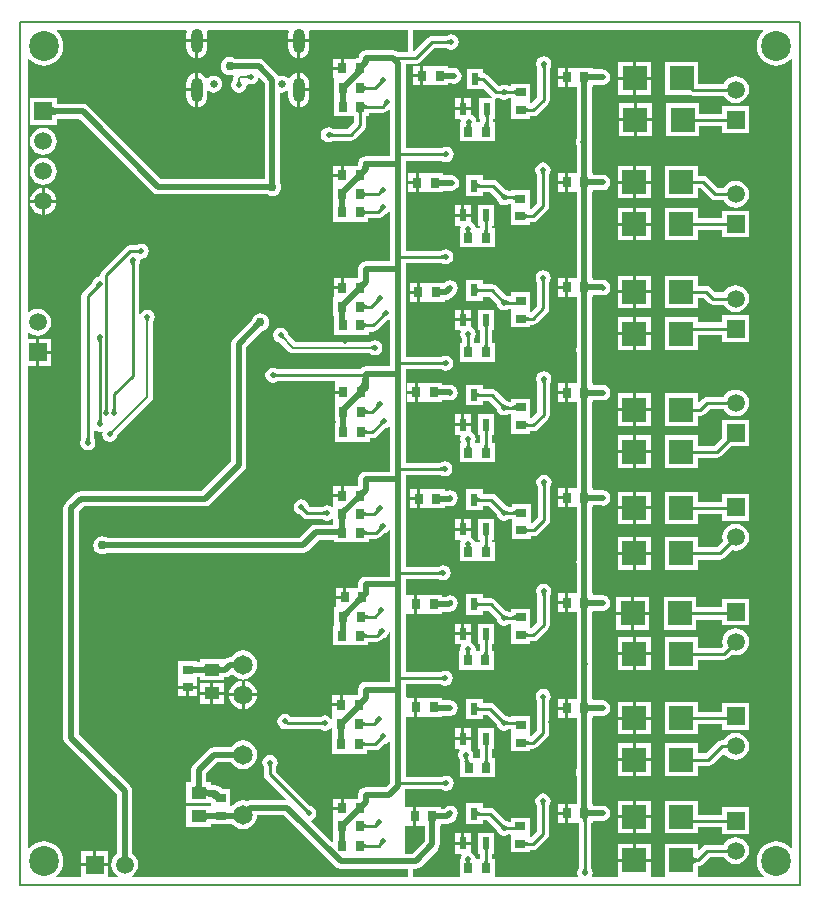
<source format=gbl>
%FSLAX25Y25*%
%MOIN*%
G70*
G01*
G75*
G04 Layer_Physical_Order=2*
G04 Layer_Color=16711680*
%ADD10C,0.01000*%
%ADD11C,0.00800*%
%ADD12C,0.02000*%
%ADD13R,0.02756X0.03347*%
%ADD14R,0.03937X0.05118*%
%ADD15R,0.07874X0.07874*%
%ADD16R,0.17323X0.17323*%
%ADD17R,0.03937X0.00787*%
%ADD18R,0.00787X0.03937*%
%ADD19O,0.02205X0.06870*%
%ADD20R,0.03347X0.02756*%
%ADD21R,0.01181X0.03937*%
%ADD22R,0.05315X0.02559*%
%ADD23R,0.05118X0.03937*%
%ADD24R,0.09543X0.14252*%
%ADD25R,0.03937X0.02362*%
%ADD26O,0.05500X0.02500*%
%ADD27R,0.05500X0.02500*%
%ADD28R,0.05906X0.02500*%
%ADD29C,0.00500*%
%ADD30C,0.09961*%
%ADD31R,0.05906X0.05906*%
%ADD32C,0.05906*%
%ADD33R,0.05906X0.05906*%
%ADD34O,0.03937X0.08268*%
%ADD35C,0.02638*%
%ADD36C,0.06496*%
%ADD37C,0.02000*%
%ADD38C,0.03000*%
%ADD39R,0.02362X0.03937*%
%ADD40R,0.07874X0.07874*%
G36*
X-12219Y284345D02*
X-12478Y284132D01*
X-13288Y283145D01*
X-13890Y282019D01*
X-14261Y280798D01*
X-14386Y279528D01*
X-14261Y278257D01*
X-13890Y277036D01*
X-13288Y275910D01*
X-12478Y274923D01*
X-11492Y274113D01*
X-10366Y273512D01*
X-9144Y273141D01*
X-7874Y273016D01*
X-6604Y273141D01*
X-5382Y273512D01*
X-4256Y274113D01*
X-3270Y274923D01*
X-2955Y275306D01*
X-2484Y275138D01*
Y12264D01*
X-2955Y12095D01*
X-3270Y12478D01*
X-4256Y13288D01*
X-5382Y13890D01*
X-6604Y14261D01*
X-7874Y14386D01*
X-9144Y14261D01*
X-10366Y13890D01*
X-11492Y13288D01*
X-12478Y12478D01*
X-13288Y11492D01*
X-13890Y10366D01*
X-14261Y9144D01*
X-14386Y7874D01*
X-14261Y6604D01*
X-13890Y5382D01*
X-13288Y4256D01*
X-12478Y3270D01*
X-11973Y2855D01*
X-12142Y2384D01*
X-34015D01*
Y2384D01*
Y2663D01*
X-34015Y2738D01*
X-34015Y2738D01*
X-34015D01*
Y6061D01*
X-34000D01*
X-33220Y6216D01*
X-32558Y6658D01*
X-29955Y9261D01*
X-25375D01*
X-25289Y9054D01*
X-24576Y8124D01*
X-23646Y7411D01*
X-22562Y6962D01*
X-21400Y6809D01*
X-20238Y6962D01*
X-19154Y7411D01*
X-18224Y8124D01*
X-17511Y9054D01*
X-17062Y10138D01*
X-16909Y11300D01*
X-17062Y12462D01*
X-17511Y13546D01*
X-18224Y14476D01*
X-19154Y15190D01*
X-20238Y15638D01*
X-21400Y15791D01*
X-22562Y15638D01*
X-23646Y15190D01*
X-24576Y14476D01*
X-25289Y13546D01*
X-25375Y13339D01*
X-30800D01*
X-31580Y13184D01*
X-32242Y12742D01*
X-33553Y11431D01*
X-34015Y11622D01*
Y13537D01*
X-44889D01*
Y2738D01*
X-44889Y2738D01*
X-44889D01*
X-44889Y2663D01*
X-45168Y2384D01*
X-49763D01*
Y2384D01*
Y2663D01*
X-49763Y2738D01*
X-49763Y2738D01*
X-49763D01*
Y7600D01*
X-60637D01*
Y2738D01*
X-60637Y2738D01*
X-60637D01*
X-60637Y2663D01*
X-60916Y2384D01*
X-69143D01*
X-69378Y2825D01*
X-69245Y3025D01*
X-69051Y4000D01*
X-69245Y4975D01*
X-69561Y5448D01*
Y20627D01*
X-68916D01*
Y21251D01*
X-65700D01*
X-64725Y21445D01*
X-63898Y21998D01*
X-63345Y22825D01*
X-63151Y23800D01*
X-63345Y24776D01*
X-63898Y25602D01*
X-64725Y26155D01*
X-65700Y26349D01*
X-68916D01*
Y26973D01*
X-69245D01*
Y55684D01*
X-68916D01*
Y56308D01*
X-65772D01*
X-65700Y56294D01*
X-64725Y56488D01*
X-63898Y57040D01*
X-63345Y57867D01*
X-63151Y58843D01*
X-63345Y59818D01*
X-63898Y60645D01*
X-63912Y60659D01*
X-64739Y61212D01*
X-65714Y61406D01*
X-68916D01*
Y62030D01*
X-69245D01*
Y73125D01*
X-69151Y73600D01*
X-69245Y74075D01*
Y90741D01*
X-68916D01*
Y91365D01*
X-65844D01*
X-65700Y91337D01*
X-64725Y91531D01*
X-63898Y92083D01*
X-63345Y92910D01*
X-63151Y93886D01*
X-63345Y94861D01*
X-63898Y95688D01*
X-63926Y95717D01*
X-64753Y96269D01*
X-65729Y96463D01*
X-68916D01*
Y97088D01*
X-69245D01*
Y125798D01*
X-68916D01*
Y126422D01*
X-65916D01*
X-65700Y126380D01*
X-64725Y126574D01*
X-63898Y127126D01*
X-63345Y127953D01*
X-63151Y128928D01*
X-63345Y129904D01*
X-63898Y130731D01*
X-63923Y130748D01*
X-63941Y130774D01*
X-64767Y131326D01*
X-65743Y131520D01*
X-68916D01*
Y132145D01*
X-69245D01*
Y160855D01*
X-68916D01*
Y161480D01*
X-65987D01*
X-65700Y161422D01*
X-64725Y161617D01*
X-63898Y162169D01*
X-63345Y162996D01*
X-63151Y163971D01*
X-63345Y164947D01*
X-63898Y165774D01*
X-63932Y165797D01*
X-63955Y165831D01*
X-64782Y166384D01*
X-65757Y166577D01*
X-68916D01*
Y167202D01*
X-69245D01*
Y195913D01*
X-68916D01*
Y196537D01*
X-66059D01*
X-65700Y196465D01*
X-64725Y196659D01*
X-63898Y197212D01*
X-63345Y198039D01*
X-63151Y199014D01*
X-63345Y199990D01*
X-63898Y200817D01*
X-63941Y200845D01*
X-63969Y200888D01*
X-64796Y201441D01*
X-65772Y201635D01*
X-68916D01*
Y202259D01*
X-69245D01*
Y230970D01*
X-68916D01*
Y231594D01*
X-66131D01*
X-65700Y231508D01*
X-64725Y231702D01*
X-63898Y232255D01*
X-63345Y233082D01*
X-63151Y234057D01*
X-63151Y234057D01*
X-63151Y234057D01*
Y234057D01*
X-63151D01*
X-63151Y234057D01*
X-63345Y235033D01*
X-63898Y235859D01*
X-63983Y235945D01*
X-64810Y236498D01*
X-65786Y236692D01*
X-68916D01*
Y237316D01*
X-69245D01*
Y266027D01*
X-68916D01*
Y266651D01*
X-66203D01*
X-65700Y266551D01*
X-64725Y266745D01*
X-63898Y267298D01*
X-63345Y268125D01*
X-63151Y269100D01*
X-63345Y270075D01*
X-63898Y270902D01*
X-63998Y271002D01*
X-64825Y271555D01*
X-65800Y271749D01*
X-68916D01*
Y272373D01*
X-74468D01*
X-74468Y272373D01*
Y272373D01*
X-74672Y272373D01*
X-74747D01*
X-74822D01*
X-75026Y272373D01*
X-75026Y272373D01*
Y272373D01*
X-77200D01*
Y269199D01*
Y266027D01*
X-74822D01*
Y266027D01*
X-74672D01*
X-74673D01*
X-74468D01*
X-74468D01*
D01*
X-74344D01*
Y248992D01*
X-74555Y248675D01*
X-74749Y247700D01*
X-74555Y246725D01*
X-74344Y246408D01*
Y237316D01*
X-74468Y237316D01*
X-74468D01*
D01*
X-74673D01*
X-74672D01*
X-74747D01*
X-74822D01*
X-75026Y237316D01*
X-75026Y237316D01*
Y237316D01*
X-77200D01*
Y234142D01*
Y230970D01*
X-74822D01*
Y230970D01*
X-74672D01*
X-74673D01*
X-74468D01*
X-74468D01*
D01*
X-74344D01*
Y212428D01*
X-74349Y212400D01*
X-74344Y212372D01*
Y202259D01*
X-74468Y202259D01*
X-74468D01*
D01*
X-74673D01*
X-74672D01*
X-74747D01*
X-74822D01*
X-75026Y202259D01*
X-75026Y202259D01*
Y202259D01*
X-77200D01*
Y199085D01*
Y195913D01*
X-74822D01*
Y195913D01*
X-74672D01*
X-74673D01*
X-74468D01*
X-74468D01*
D01*
X-74344D01*
Y179293D01*
X-74355Y179276D01*
X-74549Y178300D01*
X-74355Y177324D01*
X-74344Y177307D01*
Y167202D01*
X-74468Y167202D01*
X-74468D01*
D01*
X-74673D01*
X-74672D01*
X-74747D01*
X-74822D01*
X-75026Y167202D01*
X-75026Y167202D01*
Y167202D01*
X-77200D01*
Y164028D01*
Y160855D01*
X-74822D01*
Y160855D01*
X-74672D01*
X-74673D01*
X-74468D01*
X-74468D01*
D01*
X-74344D01*
Y143128D01*
X-74349Y143100D01*
X-74344Y143072D01*
Y132145D01*
X-74468Y132145D01*
X-74468D01*
D01*
X-74673D01*
X-74672D01*
X-74747D01*
X-74822D01*
X-75026Y132145D01*
X-75026Y132145D01*
Y132145D01*
X-77200D01*
Y128970D01*
Y125798D01*
X-74822D01*
Y125798D01*
X-74672D01*
X-74673D01*
X-74468D01*
X-74468D01*
D01*
X-74344D01*
Y108130D01*
X-74449Y107600D01*
X-74344Y107070D01*
Y97088D01*
X-74468Y97088D01*
X-74468D01*
D01*
X-74673D01*
X-74672D01*
X-74747D01*
X-74822D01*
X-75026Y97088D01*
X-75026Y97088D01*
Y97088D01*
X-77200D01*
Y93913D01*
Y90741D01*
X-74822D01*
Y90741D01*
X-74672D01*
X-74673D01*
X-74468D01*
X-74468D01*
D01*
X-74344D01*
Y62030D01*
X-74468Y62030D01*
X-74468D01*
D01*
X-74673D01*
X-74672D01*
X-74747D01*
X-74822D01*
X-75026Y62030D01*
X-75026Y62030D01*
Y62030D01*
X-77200D01*
Y58856D01*
Y55684D01*
X-74822D01*
Y55684D01*
X-74672D01*
X-74673D01*
X-74468D01*
X-74468D01*
D01*
X-74344D01*
Y38642D01*
X-74455Y38475D01*
X-74649Y37500D01*
X-74455Y36525D01*
X-74344Y36358D01*
Y26973D01*
X-74468Y26973D01*
X-74468D01*
D01*
X-74673D01*
X-74672D01*
X-74747D01*
X-74822D01*
X-75026Y26973D01*
X-75026Y26973D01*
Y26973D01*
X-77200D01*
Y23799D01*
Y20627D01*
X-74822D01*
Y20627D01*
X-74672D01*
X-74468Y20627D01*
X-74468Y20627D01*
Y20627D01*
X-73639D01*
Y5448D01*
X-73955Y4975D01*
X-74149Y4000D01*
X-73955Y3025D01*
X-73822Y2825D01*
X-74058Y2384D01*
X-101716D01*
Y8673D01*
X-102461D01*
Y10332D01*
X-101819D01*
Y17268D01*
X-107181D01*
Y10332D01*
X-106539D01*
Y8673D01*
X-107472D01*
D01*
D01*
X-107472Y8673D01*
X-107622D01*
Y8673D01*
X-108097D01*
X-108245Y9418D01*
X-108798Y10245D01*
X-109625Y10798D01*
X-109693Y10812D01*
Y13300D01*
X-115055D01*
Y10332D01*
X-112875D01*
X-112639Y9890D01*
X-112955Y9418D01*
X-113103Y8673D01*
X-113378D01*
Y2384D01*
X-129071D01*
Y5251D01*
X-128100D01*
X-127125Y5445D01*
X-126298Y5998D01*
X-120692Y11603D01*
X-120140Y12430D01*
X-119946Y13406D01*
Y19627D01*
X-119616D01*
Y20251D01*
X-117471D01*
X-116495Y20445D01*
X-115668Y20998D01*
X-115668Y20998D01*
X-115668Y20998D01*
X-114668Y21998D01*
X-114116Y22825D01*
X-113921Y23800D01*
X-114116Y24776D01*
X-114668Y25602D01*
X-115495Y26155D01*
X-116471Y26349D01*
X-117446Y26155D01*
X-118273Y25602D01*
X-118526Y25349D01*
X-119616D01*
Y25973D01*
X-125169D01*
X-125169Y25973D01*
Y25973D01*
X-125372Y25973D01*
X-125447D01*
X-125522D01*
X-125726Y25973D01*
X-125726Y25973D01*
Y25973D01*
X-127900D01*
Y22799D01*
Y19627D01*
X-125522D01*
Y19627D01*
X-125372D01*
X-125373D01*
X-125169D01*
X-125169D01*
D01*
X-125043D01*
Y14461D01*
X-129156Y10349D01*
X-131749D01*
Y19627D01*
X-131278D01*
Y19627D01*
X-128900D01*
Y22799D01*
Y25973D01*
X-131278D01*
Y25973D01*
X-131396D01*
X-131749Y26327D01*
Y31619D01*
X-131654Y31761D01*
X-119243D01*
X-118770Y31445D01*
X-117795Y31251D01*
X-116819Y31445D01*
X-115992Y31998D01*
X-115439Y32825D01*
X-115245Y33800D01*
X-115439Y34776D01*
X-115992Y35602D01*
X-116819Y36155D01*
X-117795Y36349D01*
X-118770Y36155D01*
X-119243Y35839D01*
X-131351D01*
Y56027D01*
X-130878D01*
Y56027D01*
X-128500D01*
Y59199D01*
Y62373D01*
X-130878D01*
Y62373D01*
X-130998D01*
X-131351Y62727D01*
Y66761D01*
X-119642D01*
X-119170Y66445D01*
X-118194Y66251D01*
X-117219Y66445D01*
X-116392Y66998D01*
X-115840Y67825D01*
X-115646Y68800D01*
X-115840Y69775D01*
X-116392Y70602D01*
X-117219Y71155D01*
X-118194Y71349D01*
X-119170Y71155D01*
X-119642Y70839D01*
X-131351D01*
Y90327D01*
X-130878D01*
Y90327D01*
X-128500D01*
Y93499D01*
Y96673D01*
X-130878D01*
Y96673D01*
X-130998D01*
X-131351Y97027D01*
Y99900D01*
Y101961D01*
X-120243D01*
X-119770Y101645D01*
X-118795Y101451D01*
X-117819Y101645D01*
X-116992Y102198D01*
X-116439Y103024D01*
X-116245Y104000D01*
X-116439Y104975D01*
X-116992Y105802D01*
X-117819Y106355D01*
X-118795Y106549D01*
X-119770Y106355D01*
X-120243Y106039D01*
X-131351D01*
Y136561D01*
X-119843D01*
X-119370Y136245D01*
X-118394Y136051D01*
X-117419Y136245D01*
X-116592Y136798D01*
X-116040Y137625D01*
X-115846Y138600D01*
X-116040Y139576D01*
X-116592Y140402D01*
X-117419Y140955D01*
X-118394Y141149D01*
X-119370Y140955D01*
X-119843Y140639D01*
X-131351D01*
Y171761D01*
X-119543D01*
X-119070Y171445D01*
X-118095Y171251D01*
X-117119Y171445D01*
X-116292Y171998D01*
X-115740Y172825D01*
X-115545Y173800D01*
X-115740Y174776D01*
X-116292Y175602D01*
X-117119Y176155D01*
X-118095Y176349D01*
X-119070Y176155D01*
X-119543Y175839D01*
X-131351D01*
Y207261D01*
X-119543D01*
X-119070Y206945D01*
X-118095Y206751D01*
X-117119Y206945D01*
X-116292Y207498D01*
X-115740Y208325D01*
X-115545Y209300D01*
X-115740Y210276D01*
X-116292Y211102D01*
X-117119Y211655D01*
X-118095Y211849D01*
X-119070Y211655D01*
X-119543Y211339D01*
X-131351D01*
Y241361D01*
X-119343D01*
X-118870Y241045D01*
X-117894Y240851D01*
X-116919Y241045D01*
X-116092Y241598D01*
X-115540Y242425D01*
X-115346Y243400D01*
X-115540Y244375D01*
X-116092Y245202D01*
X-116919Y245755D01*
X-117894Y245949D01*
X-118870Y245755D01*
X-119343Y245439D01*
X-131351D01*
Y273577D01*
X-127883D01*
X-127103Y273733D01*
X-126442Y274175D01*
X-121755Y278861D01*
X-117642D01*
X-117170Y278545D01*
X-116194Y278351D01*
X-115219Y278545D01*
X-114392Y279098D01*
X-113839Y279925D01*
X-113646Y280900D01*
X-113839Y281875D01*
X-114392Y282702D01*
X-115219Y283255D01*
X-116194Y283449D01*
X-117170Y283255D01*
X-117642Y282939D01*
X-122600D01*
X-122600Y282939D01*
X-123380Y282784D01*
X-124042Y282342D01*
X-128609Y277775D01*
X-129071Y277966D01*
Y284816D01*
X-12387D01*
X-12219Y284345D01*
D02*
G37*
G36*
X-130600Y277966D02*
Y277656D01*
X-134069D01*
X-134541Y277972D01*
X-135517Y278166D01*
X-144497D01*
X-145473Y277972D01*
X-146300Y277419D01*
X-146852Y276592D01*
X-147046Y275617D01*
X-148772Y275273D01*
X-149572D01*
D01*
D01*
X-149572Y275273D01*
X-149722D01*
Y275273D01*
X-152100D01*
Y272099D01*
X-152599D01*
Y271600D01*
X-155478D01*
Y268927D01*
X-155278D01*
Y268673D01*
X-155278D01*
Y262327D01*
Y256127D01*
X-149522D01*
Y256127D01*
X-149522D01*
X-149522Y256127D01*
X-149372D01*
Y256127D01*
X-148534D01*
Y254050D01*
X-150545Y252039D01*
X-155652D01*
X-156124Y252355D01*
X-157100Y252549D01*
X-158075Y252355D01*
X-158902Y251802D01*
X-159455Y250975D01*
X-159649Y250000D01*
X-159455Y249025D01*
X-158902Y248198D01*
X-158075Y247645D01*
X-157100Y247451D01*
X-156124Y247645D01*
X-155652Y247961D01*
X-149700D01*
X-148920Y248116D01*
X-148258Y248558D01*
X-148258Y248558D01*
X-148258Y248558D01*
X-145053Y251764D01*
X-145053Y251764D01*
X-144611Y252425D01*
X-144611Y252425D01*
X-144611Y252425D01*
X-144455Y253205D01*
X-144455Y253206D01*
Y256127D01*
X-143616D01*
Y257261D01*
X-139000D01*
X-138220Y257416D01*
X-137558Y257858D01*
X-137558Y257858D01*
X-137558Y257858D01*
X-137033Y258383D01*
X-136836Y258423D01*
X-136449Y258105D01*
Y242806D01*
X-144700D01*
X-145676Y242612D01*
X-146502Y242059D01*
X-147055Y241232D01*
X-147249Y240257D01*
Y239573D01*
X-149572D01*
D01*
D01*
X-149572Y239573D01*
X-149722D01*
Y239573D01*
X-152100D01*
Y236399D01*
X-152599D01*
Y235900D01*
X-155478D01*
Y233227D01*
Y226927D01*
Y220927D01*
X-149722D01*
Y220927D01*
X-149722D01*
X-149722Y220927D01*
X-149572D01*
Y220927D01*
X-143816D01*
Y222061D01*
X-140700D01*
X-139920Y222216D01*
X-139258Y222658D01*
X-139258Y222658D01*
X-139258Y222658D01*
X-138353Y223564D01*
X-137795Y223674D01*
X-136968Y224227D01*
X-136927Y224288D01*
X-136449Y224143D01*
Y207763D01*
X-144700D01*
X-145676Y207569D01*
X-146502Y207017D01*
X-147055Y206190D01*
X-147249Y205214D01*
Y202173D01*
X-149472D01*
D01*
D01*
X-149472Y202173D01*
X-149622D01*
Y202173D01*
X-152000D01*
Y198999D01*
X-152499D01*
Y198500D01*
X-155378D01*
Y195873D01*
X-155478D01*
Y189527D01*
X-155278D01*
Y183227D01*
X-149522D01*
Y183227D01*
X-149522D01*
X-149522Y183227D01*
X-149372D01*
Y183227D01*
X-143616D01*
Y184361D01*
X-142300D01*
X-141520Y184516D01*
X-140858Y184958D01*
X-137676Y188140D01*
X-137119Y188251D01*
X-136890Y188404D01*
X-136449Y188168D01*
Y172720D01*
X-144700D01*
X-145676Y172526D01*
X-146502Y171974D01*
X-146596Y171834D01*
X-174146D01*
X-174619Y172149D01*
X-175594Y172344D01*
X-176570Y172149D01*
X-177397Y171597D01*
X-177949Y170770D01*
X-178144Y169794D01*
X-177949Y168819D01*
X-177397Y167992D01*
X-176570Y167439D01*
X-175594Y167245D01*
X-174619Y167439D01*
X-174146Y167755D01*
X-155084D01*
Y167273D01*
X-155084D01*
Y164600D01*
X-152205D01*
Y163600D01*
X-155084D01*
Y160927D01*
X-155084Y160927D01*
X-155084Y160873D01*
X-155084D01*
Y154527D01*
X-154754D01*
Y153973D01*
X-155084D01*
Y147627D01*
X-149328D01*
Y147627D01*
X-149328D01*
X-149328Y147627D01*
X-149178D01*
Y147627D01*
X-143422D01*
Y148761D01*
X-142500D01*
X-141720Y148916D01*
X-141058Y149358D01*
X-138282Y152134D01*
X-137724Y152245D01*
X-136898Y152798D01*
X-136449Y152662D01*
Y137678D01*
X-144700D01*
X-145676Y137484D01*
X-146502Y136931D01*
X-147055Y136104D01*
X-147249Y135128D01*
Y132873D01*
X-149572D01*
D01*
D01*
X-149572Y132873D01*
X-149722D01*
Y132873D01*
X-152100D01*
Y129699D01*
X-152599D01*
Y129200D01*
X-155478D01*
Y126527D01*
Y126067D01*
X-155919Y125831D01*
X-156596Y126284D01*
X-157571Y126478D01*
X-158547Y126284D01*
X-159019Y125968D01*
X-163384D01*
X-163734Y126318D01*
X-163845Y126875D01*
X-164398Y127702D01*
X-165225Y128255D01*
X-166200Y128449D01*
X-167175Y128255D01*
X-168002Y127702D01*
X-168555Y126875D01*
X-168749Y125900D01*
X-168555Y124925D01*
X-168002Y124098D01*
X-167175Y123545D01*
X-166618Y123434D01*
X-165671Y122487D01*
X-165009Y122045D01*
X-164228Y121889D01*
X-159019D01*
X-158547Y121574D01*
X-157571Y121380D01*
X-156596Y121574D01*
X-155919Y122026D01*
X-155478Y121790D01*
Y120327D01*
X-155478D01*
Y120302D01*
X-155832Y119949D01*
X-161400D01*
X-162375Y119755D01*
X-163202Y119202D01*
X-166756Y115649D01*
X-230894D01*
X-230987Y115720D01*
X-231717Y116023D01*
X-232500Y116126D01*
X-233283Y116023D01*
X-234013Y115720D01*
X-234640Y115240D01*
X-235121Y114613D01*
X-235423Y113883D01*
X-235526Y113100D01*
X-235423Y112317D01*
X-235121Y111587D01*
X-234640Y110960D01*
X-234013Y110479D01*
X-233283Y110177D01*
X-232500Y110074D01*
X-231717Y110177D01*
X-230987Y110479D01*
X-230894Y110551D01*
X-165700D01*
X-164725Y110745D01*
X-163898Y111298D01*
X-163898Y111298D01*
X-163898Y111298D01*
X-160344Y114851D01*
X-155378D01*
Y114127D01*
X-149622D01*
Y114127D01*
X-149622D01*
X-149622Y114127D01*
X-149472D01*
Y114127D01*
X-143717D01*
Y115261D01*
X-141400D01*
X-140620Y115416D01*
X-139958Y115858D01*
X-139958Y115858D01*
X-139958Y115858D01*
X-138582Y117234D01*
X-138024Y117345D01*
X-137198Y117898D01*
X-136927Y118302D01*
X-136449Y118157D01*
Y104000D01*
X-136449Y104000D01*
X-136449D01*
Y102635D01*
X-144700D01*
X-145676Y102441D01*
X-146502Y101888D01*
X-147055Y101061D01*
X-147249Y100086D01*
X-147201Y99843D01*
X-147249Y99600D01*
Y98973D01*
X-148672D01*
D01*
D01*
X-148672Y98973D01*
X-148822D01*
Y98973D01*
X-151200D01*
Y95799D01*
X-151699D01*
Y95300D01*
X-154578D01*
Y92627D01*
D01*
Y92627D01*
X-154732Y92473D01*
X-155178D01*
Y86173D01*
X-155478D01*
Y79827D01*
X-149722D01*
Y79827D01*
X-149722D01*
X-149722Y79827D01*
X-149572D01*
Y79827D01*
X-143816D01*
Y80961D01*
X-141100D01*
X-140320Y81116D01*
X-139658Y81558D01*
X-138982Y82234D01*
X-138425Y82345D01*
X-137598Y82898D01*
X-137045Y83724D01*
X-136947Y84220D01*
X-136449Y84171D01*
Y67592D01*
X-144700D01*
X-145676Y67398D01*
X-146502Y66845D01*
X-147055Y66018D01*
X-147249Y65043D01*
Y63250D01*
X-147426Y63073D01*
X-149872D01*
D01*
D01*
X-149872Y63073D01*
X-150022D01*
Y63073D01*
X-152400D01*
Y59899D01*
X-152899D01*
Y59400D01*
X-155778D01*
Y56727D01*
X-155778Y56727D01*
X-155778Y56673D01*
X-155778D01*
Y55515D01*
X-156256Y55370D01*
X-156440Y55645D01*
X-157267Y56198D01*
X-158243Y56392D01*
X-159218Y56198D01*
X-159691Y55882D01*
X-169583D01*
X-169798Y56202D01*
X-170624Y56755D01*
X-171600Y56949D01*
X-172575Y56755D01*
X-173402Y56202D01*
X-173955Y55375D01*
X-174149Y54400D01*
X-173955Y53425D01*
X-173402Y52598D01*
X-172575Y52045D01*
X-171600Y51851D01*
X-171440Y51883D01*
X-171043Y51804D01*
X-159691D01*
X-159218Y51488D01*
X-158243Y51294D01*
X-157267Y51488D01*
X-156440Y52040D01*
X-156256Y52316D01*
X-155778Y52171D01*
Y50327D01*
X-155778Y50327D01*
X-155778Y49973D01*
X-155778D01*
Y43627D01*
X-150022D01*
Y43627D01*
X-150022D01*
X-150022Y43627D01*
X-149872D01*
Y43627D01*
X-144116D01*
Y44761D01*
X-141500D01*
X-140720Y44916D01*
X-140058Y45358D01*
X-138482Y46934D01*
X-137925Y47045D01*
X-137098Y47598D01*
X-136927Y47852D01*
X-136449Y47707D01*
Y33956D01*
X-137856Y32549D01*
X-144700D01*
X-145676Y32355D01*
X-146502Y31802D01*
X-147055Y30975D01*
X-147249Y30000D01*
Y28673D01*
X-149572D01*
D01*
D01*
X-149572Y28673D01*
X-149722D01*
Y28673D01*
X-152100D01*
Y25499D01*
X-152599D01*
Y25000D01*
X-155478D01*
Y22327D01*
Y16327D01*
X-155478Y16327D01*
X-155478Y16073D01*
X-155478D01*
Y14436D01*
X-155940Y14245D01*
X-162845Y21149D01*
X-162724Y21545D01*
X-161898Y22098D01*
X-161345Y22925D01*
X-161151Y23900D01*
X-161345Y24875D01*
X-161898Y25702D01*
X-162724Y26255D01*
X-163282Y26366D01*
X-174561Y37645D01*
Y39252D01*
X-174245Y39724D01*
X-174051Y40700D01*
X-174245Y41675D01*
X-174798Y42502D01*
X-175625Y43055D01*
X-176600Y43249D01*
X-177576Y43055D01*
X-178402Y42502D01*
X-178955Y41675D01*
X-179149Y40700D01*
X-178955Y39724D01*
X-178639Y39252D01*
Y36800D01*
X-178639Y36800D01*
X-178639D01*
X-178484Y36020D01*
X-178042Y35358D01*
X-171295Y28611D01*
X-171486Y28149D01*
X-183299D01*
X-184275Y27955D01*
X-184335Y27915D01*
X-184360Y27925D01*
X-185600Y28089D01*
X-186839Y27925D01*
X-187994Y27447D01*
X-188986Y26686D01*
X-189453Y26077D01*
X-189927Y26238D01*
Y31784D01*
X-192373D01*
X-193066Y32476D01*
X-193893Y33029D01*
X-194869Y33223D01*
X-196341D01*
Y34143D01*
X-197851D01*
Y37144D01*
X-194245Y40751D01*
X-189629D01*
X-188986Y39913D01*
X-187994Y39152D01*
X-186839Y38674D01*
X-185600Y38511D01*
X-184360Y38674D01*
X-183205Y39152D01*
X-182213Y39913D01*
X-181452Y40905D01*
X-180974Y42060D01*
X-180811Y43300D01*
X-180974Y44539D01*
X-181452Y45694D01*
X-182213Y46686D01*
X-183205Y47447D01*
X-184360Y47925D01*
X-185600Y48089D01*
X-186839Y47925D01*
X-187994Y47447D01*
X-188986Y46686D01*
X-189629Y45849D01*
X-195300D01*
X-196276Y45655D01*
X-197103Y45102D01*
X-202202Y40002D01*
X-202755Y39176D01*
X-202949Y38200D01*
Y34143D01*
X-204459D01*
Y27206D01*
X-196341D01*
D01*
X-196341D01*
X-196273Y27138D01*
Y26269D01*
X-196341D01*
D01*
D01*
X-196341D01*
Y26269D01*
X-204459D01*
Y19331D01*
X-196341D01*
Y20122D01*
X-196273D01*
Y20122D01*
X-189927D01*
Y20251D01*
X-189245D01*
X-188986Y19913D01*
X-187994Y19152D01*
X-186839Y18674D01*
X-185600Y18511D01*
X-184360Y18674D01*
X-183205Y19152D01*
X-182213Y19913D01*
X-181452Y20905D01*
X-180974Y22060D01*
X-180843Y23051D01*
X-171956D01*
X-154902Y5998D01*
X-154902D01*
X-154902Y5998D01*
X-154902Y5998D01*
Y5998D01*
X-154076Y5445D01*
X-153100Y5251D01*
X-130600D01*
Y2384D01*
X-222532D01*
X-222693Y2858D01*
X-221824Y3524D01*
X-221111Y4454D01*
X-220662Y5538D01*
X-220509Y6700D01*
X-220662Y7862D01*
X-221111Y8946D01*
X-221824Y9876D01*
X-222451Y10357D01*
Y31100D01*
X-222451Y31100D01*
X-222451Y31100D01*
Y31100D01*
X-222451D01*
X-222451Y31100D01*
X-222645Y32076D01*
X-223198Y32902D01*
X-240351Y50056D01*
Y124344D01*
X-238644Y126051D01*
X-198400D01*
X-197424Y126245D01*
X-196598Y126798D01*
X-196598Y126798D01*
X-196598Y126798D01*
X-185198Y138198D01*
X-184645Y139024D01*
X-184451Y140000D01*
X-184451Y140000D01*
X-184451Y140000D01*
Y140000D01*
Y179144D01*
X-179133Y184462D01*
X-179017Y184477D01*
X-178287Y184780D01*
X-177660Y185260D01*
X-177180Y185887D01*
X-176877Y186617D01*
X-176774Y187400D01*
X-176877Y188183D01*
X-177180Y188913D01*
X-177660Y189540D01*
X-178287Y190021D01*
X-179017Y190323D01*
X-179800Y190426D01*
X-180583Y190323D01*
X-181313Y190021D01*
X-181940Y189540D01*
X-182421Y188913D01*
X-182723Y188183D01*
X-182738Y188067D01*
X-188802Y182002D01*
X-189355Y181175D01*
X-189549Y180200D01*
Y141056D01*
X-199456Y131149D01*
X-239700D01*
X-240675Y130955D01*
X-241502Y130402D01*
X-244702Y127202D01*
X-245255Y126375D01*
X-245449Y125400D01*
Y49000D01*
X-245449Y49000D01*
X-245449D01*
X-245255Y48024D01*
X-244702Y47198D01*
X-227549Y30044D01*
Y10357D01*
X-228176Y9876D01*
X-228889Y8946D01*
X-229338Y7862D01*
X-229491Y6700D01*
X-229338Y5538D01*
X-228889Y4454D01*
X-228176Y3524D01*
X-227307Y2858D01*
X-227468Y2384D01*
X-230547D01*
Y6200D01*
X-239453D01*
Y2384D01*
X-247701D01*
X-247869Y2855D01*
X-247364Y3270D01*
X-246554Y4256D01*
X-245953Y5382D01*
X-245582Y6604D01*
X-245457Y7874D01*
X-245582Y9144D01*
X-245953Y10366D01*
X-246554Y11492D01*
X-247364Y12478D01*
X-248351Y13288D01*
X-249477Y13890D01*
X-250698Y14261D01*
X-251969Y14386D01*
X-253239Y14261D01*
X-254460Y13890D01*
X-255586Y13288D01*
X-256573Y12478D01*
X-256845Y12147D01*
X-257316Y12315D01*
Y173047D01*
X-254600D01*
Y177499D01*
Y181953D01*
X-257316D01*
Y183790D01*
X-256867Y184011D01*
X-256346Y183610D01*
X-255262Y183162D01*
X-254100Y183009D01*
X-252938Y183162D01*
X-251854Y183610D01*
X-250924Y184324D01*
X-250210Y185254D01*
X-249762Y186338D01*
X-249609Y187500D01*
X-249762Y188662D01*
X-250210Y189746D01*
X-250924Y190676D01*
X-251854Y191390D01*
X-252938Y191838D01*
X-254100Y191991D01*
X-255262Y191838D01*
X-256346Y191390D01*
X-256867Y190989D01*
X-257316Y191210D01*
Y275086D01*
X-256845Y275255D01*
X-256573Y274923D01*
X-255586Y274113D01*
X-254460Y273512D01*
X-253239Y273141D01*
X-251969Y273016D01*
X-250698Y273141D01*
X-249477Y273512D01*
X-248351Y274113D01*
X-247364Y274923D01*
X-246554Y275910D01*
X-245953Y277036D01*
X-245582Y278257D01*
X-245457Y279528D01*
X-245582Y280798D01*
X-245953Y282019D01*
X-246554Y283145D01*
X-247364Y284132D01*
X-247623Y284345D01*
X-247455Y284816D01*
X-204627D01*
X-204349Y284400D01*
X-204387Y284309D01*
X-204506Y283404D01*
Y281738D01*
X-197509D01*
Y283404D01*
X-197629Y284309D01*
X-197666Y284400D01*
X-197389Y284816D01*
X-170612D01*
X-170334Y284400D01*
X-170371Y284309D01*
X-170491Y283404D01*
Y281738D01*
X-163494D01*
Y283404D01*
X-163613Y284309D01*
X-163651Y284400D01*
X-163373Y284816D01*
X-130600D01*
Y277966D01*
D02*
G37*
%LPC*%
G36*
X-78200Y97088D02*
X-80578D01*
Y94414D01*
X-78200D01*
Y97088D01*
D02*
G37*
G36*
X-152200Y98973D02*
X-154578D01*
Y96300D01*
X-152200D01*
Y98973D01*
D02*
G37*
G36*
X-50263Y95837D02*
X-55200D01*
Y90900D01*
X-50263D01*
Y95837D01*
D02*
G37*
G36*
X-78200Y93414D02*
X-80578D01*
Y90741D01*
X-78200D01*
Y93414D01*
D02*
G37*
G36*
X-56200Y95837D02*
X-61137D01*
Y90900D01*
X-56200D01*
Y95837D01*
D02*
G37*
G36*
X-124768Y96673D02*
Y96673D01*
X-124972Y96673D01*
X-125047D01*
X-125122D01*
X-125326Y96673D01*
X-125326Y96673D01*
Y96673D01*
X-127500D01*
Y93499D01*
Y90327D01*
X-125122D01*
Y90327D01*
X-124972D01*
X-124768Y90327D01*
X-124768Y90327D01*
Y90327D01*
X-119217D01*
Y90951D01*
X-116856D01*
X-115881Y91145D01*
X-115054Y91698D01*
X-115054Y91698D01*
X-115054Y91698D01*
X-114668Y92083D01*
X-114116Y92910D01*
X-113921Y93886D01*
X-114116Y94861D01*
X-114668Y95688D01*
X-115495Y96241D01*
X-116471Y96435D01*
X-117446Y96241D01*
X-117733Y96049D01*
X-119217D01*
Y96673D01*
X-124768D01*
X-124768Y96673D01*
D02*
G37*
G36*
X-49763Y115837D02*
X-54700D01*
Y110900D01*
X-49763D01*
Y115837D01*
D02*
G37*
G36*
X-21400Y120234D02*
X-22562Y120081D01*
X-23646Y119632D01*
X-24576Y118919D01*
X-25289Y117988D01*
X-25738Y116905D01*
X-25891Y115743D01*
X-25738Y114580D01*
X-25653Y114374D01*
X-27588Y112439D01*
X-34015D01*
Y115837D01*
X-44889D01*
Y104963D01*
X-34015D01*
Y108361D01*
X-26743D01*
X-25962Y108516D01*
X-25301Y108958D01*
X-25301Y108958D01*
X-25301Y108958D01*
X-22769Y111490D01*
X-22562Y111405D01*
X-21400Y111252D01*
X-20238Y111405D01*
X-19154Y111853D01*
X-18224Y112567D01*
X-17511Y113497D01*
X-17062Y114580D01*
X-16909Y115743D01*
X-17062Y116905D01*
X-17511Y117988D01*
X-18224Y118919D01*
X-19154Y119632D01*
X-20238Y120081D01*
X-21400Y120234D01*
D02*
G37*
G36*
X-55700Y115837D02*
X-60637D01*
Y110900D01*
X-55700D01*
Y115837D01*
D02*
G37*
G36*
Y109900D02*
X-60637D01*
Y104963D01*
X-55700D01*
Y109900D01*
D02*
G37*
G36*
X-49763D02*
X-54700D01*
Y104963D01*
X-49763D01*
Y109900D01*
D02*
G37*
G36*
X-101819Y87040D02*
X-107181D01*
Y80103D01*
X-106539D01*
Y77973D01*
X-107468D01*
X-107468Y77973D01*
Y77973D01*
X-107672Y77973D01*
X-107673D01*
X-107851Y78009D01*
X-108095Y78306D01*
X-108051Y78529D01*
X-108245Y79504D01*
X-108798Y80331D01*
X-109625Y80884D01*
X-109693Y80897D01*
Y83071D01*
X-115055D01*
Y80103D01*
X-113085D01*
X-112849Y79662D01*
X-112955Y79504D01*
X-113149Y78529D01*
X-113115Y78360D01*
X-113433Y77973D01*
X-113578D01*
Y71627D01*
X-107822D01*
Y71627D01*
X-107672D01*
X-107468Y71627D01*
X-107468Y71627D01*
Y71627D01*
X-101917D01*
Y77973D01*
X-102461D01*
Y80103D01*
X-101819D01*
Y87040D01*
D02*
G37*
G36*
X-21400Y85420D02*
X-22562Y85267D01*
X-23646Y84818D01*
X-24576Y84104D01*
X-25289Y83174D01*
X-25738Y82091D01*
X-25891Y80929D01*
X-25738Y79766D01*
X-25653Y79560D01*
X-26173Y79039D01*
X-34015D01*
Y82437D01*
X-44889D01*
Y71563D01*
X-34015D01*
Y74961D01*
X-25329D01*
X-24548Y75116D01*
X-23887Y75558D01*
X-23887Y75558D01*
X-23887Y75558D01*
X-22769Y76676D01*
X-22562Y76590D01*
X-21400Y76437D01*
X-20238Y76590D01*
X-19154Y77039D01*
X-18224Y77753D01*
X-17511Y78683D01*
X-17062Y79766D01*
X-16909Y80929D01*
X-17062Y82091D01*
X-17511Y83174D01*
X-18224Y84104D01*
X-19154Y84818D01*
X-20238Y85267D01*
X-21400Y85420D01*
D02*
G37*
G36*
X-49763Y82437D02*
X-54700D01*
Y77500D01*
X-49763D01*
Y82437D01*
D02*
G37*
G36*
X-185600Y78089D02*
X-186839Y77925D01*
X-187994Y77447D01*
X-188986Y76686D01*
X-189629Y75849D01*
X-189800D01*
X-190776Y75655D01*
X-191603Y75102D01*
X-191726Y74979D01*
X-191941Y75068D01*
Y75068D01*
X-191941Y75068D01*
X-200059D01*
Y74249D01*
X-200927D01*
Y74578D01*
X-207273D01*
Y69026D01*
X-207273Y69026D01*
X-207273D01*
X-207273Y68822D01*
Y68672D01*
D01*
D01*
D01*
X-207273D01*
D01*
Y66294D01*
X-200927D01*
Y68468D01*
X-200927Y68468D01*
D01*
D01*
X-200927Y68672D01*
Y68688D01*
Y68747D01*
X-200927Y68822D01*
X-200927Y69026D01*
X-200927Y69026D01*
X-200927D01*
Y69151D01*
X-200059D01*
Y68132D01*
X-191941D01*
Y69051D01*
X-191500D01*
X-190524Y69245D01*
X-189698Y69798D01*
X-189513Y69982D01*
X-189014Y69950D01*
X-188986Y69913D01*
X-187994Y69152D01*
X-186839Y68674D01*
X-185896Y68550D01*
Y68050D01*
X-185600Y68089D01*
X-185303Y68050D01*
Y68550D01*
X-184360Y68674D01*
X-183205Y69152D01*
X-182213Y69913D01*
X-181452Y70905D01*
X-180974Y72060D01*
X-180811Y73300D01*
X-180974Y74539D01*
X-181452Y75694D01*
X-182213Y76686D01*
X-183205Y77447D01*
X-184360Y77925D01*
X-185600Y78089D01*
D02*
G37*
G36*
X-55700Y82437D02*
X-60637D01*
Y77500D01*
X-55700D01*
Y82437D01*
D02*
G37*
G36*
X-112874Y87040D02*
X-115055D01*
Y84071D01*
X-112874D01*
Y87040D01*
D02*
G37*
G36*
X-85400Y100349D02*
X-86375Y100155D01*
X-87202Y99602D01*
X-87755Y98776D01*
X-87949Y97800D01*
X-87755Y96825D01*
X-87439Y96352D01*
Y87445D01*
X-89365Y85519D01*
X-89827Y85710D01*
Y85869D01*
X-89827Y85869D01*
D01*
D01*
X-89827Y86072D01*
Y86088D01*
Y86147D01*
X-89827Y86222D01*
X-89827Y86426D01*
X-89827Y86426D01*
X-89827D01*
Y91978D01*
X-96173D01*
Y90925D01*
X-97023D01*
X-97496Y91241D01*
X-98053Y91351D01*
X-101558Y94856D01*
X-102219Y95298D01*
X-103000Y95453D01*
X-105756D01*
Y96882D01*
X-111118D01*
Y89945D01*
X-105756D01*
Y91375D01*
X-103844D01*
X-100937Y88468D01*
X-100826Y87910D01*
X-100274Y87083D01*
X-99447Y86531D01*
X-98471Y86337D01*
X-97496Y86531D01*
X-97023Y86847D01*
X-96173D01*
Y86426D01*
X-96173Y86426D01*
X-96173D01*
X-96173Y86222D01*
Y86072D01*
D01*
D01*
D01*
X-96173D01*
D01*
Y80317D01*
X-89827D01*
Y81155D01*
X-88806D01*
X-88025Y81310D01*
X-87364Y81753D01*
X-83958Y85158D01*
X-83516Y85820D01*
X-83361Y86600D01*
Y96352D01*
X-83045Y96825D01*
X-82851Y97800D01*
X-83045Y98776D01*
X-83598Y99602D01*
X-84425Y100155D01*
X-85400Y100349D01*
D02*
G37*
G36*
X-34515Y95837D02*
X-45389D01*
Y84963D01*
X-34515D01*
Y88361D01*
X-25853D01*
Y86476D01*
X-16947D01*
Y95381D01*
X-25853D01*
Y92439D01*
X-34515D01*
Y95837D01*
D02*
G37*
G36*
X-50263Y89900D02*
X-55200D01*
Y84963D01*
X-50263D01*
Y89900D01*
D02*
G37*
G36*
X-109693Y87040D02*
X-111874D01*
Y84071D01*
X-109693D01*
Y87040D01*
D02*
G37*
G36*
X-56200Y89900D02*
X-61137D01*
Y84963D01*
X-56200D01*
Y89900D01*
D02*
G37*
G36*
X-101819Y121926D02*
X-107181D01*
Y114989D01*
X-106539D01*
Y114073D01*
X-107269D01*
X-107269Y114073D01*
Y114073D01*
X-107472Y114073D01*
X-107547D01*
X-107622D01*
X-107826Y114073D01*
X-107826Y114073D01*
Y114073D01*
X-108151D01*
X-108245Y114547D01*
X-108798Y115374D01*
X-109625Y115926D01*
X-109693Y115940D01*
Y117957D01*
X-115055D01*
Y114989D01*
X-113190D01*
X-112954Y114548D01*
X-112955Y114547D01*
X-113049Y114073D01*
X-113378D01*
Y107727D01*
X-107622D01*
Y107727D01*
X-107472D01*
X-107269Y107727D01*
X-107269Y107727D01*
Y107727D01*
X-101716D01*
Y114073D01*
X-102461D01*
Y114989D01*
X-101819D01*
Y121926D01*
D02*
G37*
G36*
X-55700Y143800D02*
X-60637D01*
Y138863D01*
X-55700D01*
Y143800D01*
D02*
G37*
G36*
X-49763D02*
X-54700D01*
Y138863D01*
X-49763D01*
Y143800D01*
D02*
G37*
G36*
X-123869Y131873D02*
Y131873D01*
X-124072Y131873D01*
X-124147D01*
X-124222D01*
X-124426Y131873D01*
X-124426Y131873D01*
Y131873D01*
X-126600D01*
Y128699D01*
Y125527D01*
X-124222D01*
Y125527D01*
X-124072D01*
X-123869Y125527D01*
X-123869Y125527D01*
Y125527D01*
X-118316D01*
Y126151D01*
X-116699D01*
X-115724Y126345D01*
X-114897Y126898D01*
X-114805Y127035D01*
X-114668Y127126D01*
X-114116Y127953D01*
X-113921Y128928D01*
X-114116Y129904D01*
X-114668Y130731D01*
X-115495Y131283D01*
X-116471Y131477D01*
X-117446Y131283D01*
X-117498Y131249D01*
X-118316D01*
Y131873D01*
X-123869D01*
X-123869Y131873D01*
D02*
G37*
G36*
X-78200Y132145D02*
X-80578D01*
Y129471D01*
X-78200D01*
Y132145D01*
D02*
G37*
G36*
X-153100Y132873D02*
X-155478D01*
Y130200D01*
X-153100D01*
Y132873D01*
D02*
G37*
G36*
X-55700Y149737D02*
X-60637D01*
Y144800D01*
X-55700D01*
Y149737D01*
D02*
G37*
G36*
Y157800D02*
X-60637D01*
Y152863D01*
X-55700D01*
Y157800D01*
D02*
G37*
G36*
X-49763D02*
X-54700D01*
Y152863D01*
X-49763D01*
Y157800D01*
D02*
G37*
G36*
X-101819Y156811D02*
X-107181D01*
Y149874D01*
X-106539D01*
Y147173D01*
X-107269D01*
X-107269Y147173D01*
Y147173D01*
X-107472Y147173D01*
X-107547D01*
X-107622D01*
X-107826Y147173D01*
X-107826Y147173D01*
Y147173D01*
X-108026D01*
X-108262Y147614D01*
X-108245Y147639D01*
X-108051Y148614D01*
X-108245Y149590D01*
X-108798Y150417D01*
X-109625Y150969D01*
X-109693Y150983D01*
Y152843D01*
X-115055D01*
Y149874D01*
X-113292D01*
X-112975Y149488D01*
X-113149Y148614D01*
X-112955Y147639D01*
X-112938Y147614D01*
X-113174Y147173D01*
X-113378D01*
Y140827D01*
X-107622D01*
Y140827D01*
X-107472D01*
X-107269Y140827D01*
X-107269Y140827D01*
Y140827D01*
X-101716D01*
Y147173D01*
X-102461D01*
Y149874D01*
X-101819D01*
Y156811D01*
D02*
G37*
G36*
X-49763Y149737D02*
X-54700D01*
Y144800D01*
X-49763D01*
Y149737D01*
D02*
G37*
G36*
X-16947Y155010D02*
X-25853D01*
Y148988D01*
X-28502Y146339D01*
X-34015D01*
Y149737D01*
X-44889D01*
Y138863D01*
X-34015D01*
Y142261D01*
X-27657D01*
X-26877Y142416D01*
X-26215Y142858D01*
X-26215Y142858D01*
X-26215Y142858D01*
X-22969Y146104D01*
X-16947D01*
Y155010D01*
D02*
G37*
G36*
X-49763Y125100D02*
X-54700D01*
Y120163D01*
X-49763D01*
Y125100D01*
D02*
G37*
G36*
X-85300Y136649D02*
X-86276Y136455D01*
X-87102Y135902D01*
X-87655Y135075D01*
X-87849Y134100D01*
X-87655Y133124D01*
X-87339Y132652D01*
Y122345D01*
X-89265Y120419D01*
X-89727Y120610D01*
Y120768D01*
X-89727Y120768D01*
D01*
D01*
X-89727Y120972D01*
Y120988D01*
Y121047D01*
X-89727Y121122D01*
X-89727Y121326D01*
X-89727Y121326D01*
X-89727D01*
Y126878D01*
X-96073D01*
Y125968D01*
X-97023D01*
X-97496Y126284D01*
X-98053Y126394D01*
X-101401Y129742D01*
X-102062Y130184D01*
X-102842Y130339D01*
X-105756D01*
Y131768D01*
X-111118D01*
Y124831D01*
X-105756D01*
Y126260D01*
X-103687D01*
X-100937Y123511D01*
X-100826Y122953D01*
X-100274Y122126D01*
X-99447Y121574D01*
X-98471Y121380D01*
X-97496Y121574D01*
X-97023Y121889D01*
X-96073D01*
Y121326D01*
X-96073Y121326D01*
X-96073D01*
X-96073Y121122D01*
Y120972D01*
D01*
D01*
D01*
X-96073D01*
D01*
Y115217D01*
X-89727D01*
Y116055D01*
X-88705D01*
X-87925Y116210D01*
X-87264Y116653D01*
X-83858Y120058D01*
X-83416Y120720D01*
X-83261Y121500D01*
Y132652D01*
X-82945Y133124D01*
X-82751Y134100D01*
X-82945Y135075D01*
X-83498Y135902D01*
X-84325Y136455D01*
X-85300Y136649D01*
D02*
G37*
G36*
X-55700Y125100D02*
X-60637D01*
Y120163D01*
X-55700D01*
Y125100D01*
D02*
G37*
G36*
X-112874Y121926D02*
X-115055D01*
Y118957D01*
X-112874D01*
Y121926D01*
D02*
G37*
G36*
X-109693D02*
X-111874D01*
Y118957D01*
X-109693D01*
Y121926D01*
D02*
G37*
G36*
X-34015Y131037D02*
X-44889D01*
Y120163D01*
X-34015D01*
Y123561D01*
X-25853D01*
Y121290D01*
X-16947D01*
Y130196D01*
X-25853D01*
Y127639D01*
X-34015D01*
Y131037D01*
D02*
G37*
G36*
X-49763D02*
X-54700D01*
Y126100D01*
X-49763D01*
Y131037D01*
D02*
G37*
G36*
X-127600Y131873D02*
X-129978D01*
Y129200D01*
X-127600D01*
Y131873D01*
D02*
G37*
G36*
X-55700Y131037D02*
X-60637D01*
Y126100D01*
X-55700D01*
Y131037D01*
D02*
G37*
G36*
X-127600Y128200D02*
X-129978D01*
Y125527D01*
X-127600D01*
Y128200D01*
D02*
G37*
G36*
X-78200Y128471D02*
X-80578D01*
Y125798D01*
X-78200D01*
Y128471D01*
D02*
G37*
G36*
X-153100Y28673D02*
X-155478D01*
Y26000D01*
X-153100D01*
Y28673D01*
D02*
G37*
G36*
X-55700Y41200D02*
X-60637D01*
Y36263D01*
X-55700D01*
Y41200D01*
D02*
G37*
G36*
X-78200Y26973D02*
X-80578D01*
Y24300D01*
X-78200D01*
Y26973D01*
D02*
G37*
G36*
X-55700Y28037D02*
X-60637D01*
Y23100D01*
X-55700D01*
Y28037D01*
D02*
G37*
G36*
X-49763D02*
X-54700D01*
Y23100D01*
X-49763D01*
Y28037D01*
D02*
G37*
G36*
Y41200D02*
X-54700D01*
Y36263D01*
X-49763D01*
Y41200D01*
D02*
G37*
G36*
X-21400Y50605D02*
X-22562Y50452D01*
X-23646Y50004D01*
X-24576Y49290D01*
X-25289Y48360D01*
X-25375Y48153D01*
X-26086D01*
X-26866Y47998D01*
X-27131Y47821D01*
X-27528Y47556D01*
X-27528Y47556D01*
X-31345Y43739D01*
X-34015D01*
Y47137D01*
X-44889D01*
Y36263D01*
X-34015D01*
Y39661D01*
X-30500D01*
X-29720Y39816D01*
X-29058Y40258D01*
X-25626Y43690D01*
X-25127Y43657D01*
X-24576Y42939D01*
X-23646Y42225D01*
X-22562Y41776D01*
X-21400Y41623D01*
X-20238Y41776D01*
X-19154Y42225D01*
X-18224Y42939D01*
X-17511Y43869D01*
X-17062Y44952D01*
X-16909Y46114D01*
X-17062Y47277D01*
X-17511Y48360D01*
X-18224Y49290D01*
X-19154Y50004D01*
X-20238Y50452D01*
X-21400Y50605D01*
D02*
G37*
G36*
X-112874Y52154D02*
X-115055D01*
Y49186D01*
X-112874D01*
Y52154D01*
D02*
G37*
G36*
X-49763Y47137D02*
X-54700D01*
Y42200D01*
X-49763D01*
Y47137D01*
D02*
G37*
G36*
X-101819Y52154D02*
X-107181D01*
Y45217D01*
X-106634D01*
Y42073D01*
X-107168D01*
X-107168Y42073D01*
Y42073D01*
X-107372Y42073D01*
X-107447D01*
X-107522D01*
X-107726Y42073D01*
X-107726Y42073D01*
Y42073D01*
X-108607D01*
X-108925Y42460D01*
X-108789Y43143D01*
X-108983Y44118D01*
X-109535Y44945D01*
X-109735Y45079D01*
X-109693Y45217D01*
X-109693D01*
X-109693Y45217D01*
Y48186D01*
X-115055D01*
Y45217D01*
X-113489D01*
X-113253Y44776D01*
X-113693Y44118D01*
X-113887Y43143D01*
X-113693Y42167D01*
X-113377Y41695D01*
Y39838D01*
X-113377Y39838D01*
X-113377D01*
X-113278Y39340D01*
Y35727D01*
X-107522D01*
Y35727D01*
X-107372D01*
X-107168Y35727D01*
X-107168Y35727D01*
Y35727D01*
X-101617D01*
Y42073D01*
X-102461D01*
Y45217D01*
X-101819D01*
Y52154D01*
D02*
G37*
G36*
X-55700Y47137D02*
X-60637D01*
Y42200D01*
X-55700D01*
Y47137D01*
D02*
G37*
G36*
X-49763Y13537D02*
X-54700D01*
Y8600D01*
X-49763D01*
Y13537D01*
D02*
G37*
G36*
X-112874Y17268D02*
X-115055D01*
Y14300D01*
X-112874D01*
Y17268D01*
D02*
G37*
G36*
X-55700Y13537D02*
X-60637D01*
Y8600D01*
X-55700D01*
Y13537D01*
D02*
G37*
G36*
X-235500Y11153D02*
X-239453D01*
Y7200D01*
X-235500D01*
Y11153D01*
D02*
G37*
G36*
X-230547D02*
X-234500D01*
Y7200D01*
X-230547D01*
Y11153D01*
D02*
G37*
G36*
X-109693Y17268D02*
X-111874D01*
Y14300D01*
X-109693D01*
Y17268D01*
D02*
G37*
G36*
X-49763Y22100D02*
X-54700D01*
Y17163D01*
X-49763D01*
Y22100D01*
D02*
G37*
G36*
X-78200Y23300D02*
X-80578D01*
Y20627D01*
X-78200D01*
Y23300D01*
D02*
G37*
G36*
X-55700Y22100D02*
X-60637D01*
Y17163D01*
X-55700D01*
Y22100D01*
D02*
G37*
G36*
X-85600Y30449D02*
X-86576Y30255D01*
X-87402Y29702D01*
X-87955Y28875D01*
X-88149Y27900D01*
X-87955Y26924D01*
X-87639Y26452D01*
Y17845D01*
X-89565Y15919D01*
X-90027Y16110D01*
Y16269D01*
X-90027Y16269D01*
D01*
D01*
X-90027Y16472D01*
Y16488D01*
Y16547D01*
X-90027Y16622D01*
X-90027Y16826D01*
X-90027Y16826D01*
X-90027D01*
Y22378D01*
X-96373D01*
Y20839D01*
X-97023D01*
X-97496Y21155D01*
X-98053Y21266D01*
X-101872Y25084D01*
X-102534Y25526D01*
X-103314Y25682D01*
X-105756D01*
Y27111D01*
X-111118D01*
Y20174D01*
X-105756D01*
Y21603D01*
X-104159D01*
X-100937Y18382D01*
X-100826Y17824D01*
X-100274Y16998D01*
X-99447Y16445D01*
X-98471Y16251D01*
X-97496Y16445D01*
X-97023Y16761D01*
X-96727D01*
X-96373Y16407D01*
Y10717D01*
X-90027D01*
Y11555D01*
X-89006D01*
X-88225Y11710D01*
X-87564Y12153D01*
X-84158Y15558D01*
X-83716Y16220D01*
X-83561Y17000D01*
Y26452D01*
X-83245Y26924D01*
X-83051Y27900D01*
X-83245Y28875D01*
X-83798Y29702D01*
X-84624Y30255D01*
X-85600Y30449D01*
D02*
G37*
G36*
X-34015Y28037D02*
X-44889D01*
Y17163D01*
X-34015D01*
Y19261D01*
X-25853D01*
Y16847D01*
X-16947D01*
Y25753D01*
X-25853D01*
Y23339D01*
X-34015D01*
Y28037D01*
D02*
G37*
G36*
X-109693Y52154D02*
X-111874D01*
Y49186D01*
X-109693D01*
Y52154D01*
D02*
G37*
G36*
X-204600Y65294D02*
X-207273D01*
Y62916D01*
X-204600D01*
Y65294D01*
D02*
G37*
G36*
X-200927D02*
X-203600D01*
Y62916D01*
X-200927D01*
Y65294D01*
D02*
G37*
G36*
X-124768Y62373D02*
Y62373D01*
X-124972Y62373D01*
X-125047D01*
X-125122D01*
X-125326Y62373D01*
X-125326Y62373D01*
Y62373D01*
X-127500D01*
Y59199D01*
Y56027D01*
X-125122D01*
Y56027D01*
X-124972D01*
X-124768Y56027D01*
X-124768Y56027D01*
Y56027D01*
X-119217D01*
Y56294D01*
X-116471D01*
X-115495Y56488D01*
X-114668Y57040D01*
X-114116Y57867D01*
X-113921Y58843D01*
X-114116Y59818D01*
X-114668Y60645D01*
X-115495Y61198D01*
X-116471Y61392D01*
X-119217D01*
Y62373D01*
X-124768D01*
X-124768Y62373D01*
D02*
G37*
G36*
X-191941Y63226D02*
X-195500D01*
Y60258D01*
X-191941D01*
Y63226D01*
D02*
G37*
G36*
X-153400Y63073D02*
X-155778D01*
Y60400D01*
X-153400D01*
Y63073D01*
D02*
G37*
G36*
X-186100Y68023D02*
X-186839Y67925D01*
X-187994Y67447D01*
X-188986Y66686D01*
X-189747Y65694D01*
X-190225Y64539D01*
X-190323Y63800D01*
X-186100D01*
Y68023D01*
D02*
G37*
G36*
X-55700Y76500D02*
X-60637D01*
Y71563D01*
X-55700D01*
Y76500D01*
D02*
G37*
G36*
X-49763D02*
X-54700D01*
Y71563D01*
X-49763D01*
Y76500D01*
D02*
G37*
G36*
X-191941Y67194D02*
X-195500D01*
Y64226D01*
X-191941D01*
Y67194D01*
D02*
G37*
G36*
X-185100Y68023D02*
Y63800D01*
X-180876D01*
X-180974Y64539D01*
X-181452Y65694D01*
X-182213Y66686D01*
X-183205Y67447D01*
X-184360Y67925D01*
X-185100Y68023D01*
D02*
G37*
G36*
X-196500Y67194D02*
X-200059D01*
Y64226D01*
X-196500D01*
Y67194D01*
D02*
G37*
G36*
X-34015Y60937D02*
X-44889D01*
Y50063D01*
X-34015D01*
Y53461D01*
X-25853D01*
Y51661D01*
X-16947D01*
Y60567D01*
X-25853D01*
Y57539D01*
X-34015D01*
Y60937D01*
D02*
G37*
G36*
X-78200Y58357D02*
X-80578D01*
Y55684D01*
X-78200D01*
Y58357D01*
D02*
G37*
G36*
X-49763Y55000D02*
X-54700D01*
Y50063D01*
X-49763D01*
Y55000D01*
D02*
G37*
G36*
X-85500Y65249D02*
X-86475Y65055D01*
X-87302Y64502D01*
X-87855Y63675D01*
X-88049Y62700D01*
X-87855Y61725D01*
X-87539Y61252D01*
Y51545D01*
X-89465Y49619D01*
X-89927Y49810D01*
Y49968D01*
X-89927Y49968D01*
D01*
D01*
X-89927Y50172D01*
Y50188D01*
Y50247D01*
X-89927Y50322D01*
X-89927Y50526D01*
X-89927Y50526D01*
X-89927D01*
Y56078D01*
X-96273D01*
Y55882D01*
X-97023D01*
X-97496Y56198D01*
X-98053Y56309D01*
X-101715Y59970D01*
X-102376Y60412D01*
X-103157Y60567D01*
X-105756D01*
Y61997D01*
X-111118D01*
Y55060D01*
X-105756D01*
Y56489D01*
X-104001D01*
X-100937Y53425D01*
X-100826Y52867D01*
X-100274Y52040D01*
X-99447Y51488D01*
X-98471Y51294D01*
X-97496Y51488D01*
X-97023Y51804D01*
X-96273D01*
Y50526D01*
X-96273Y50526D01*
X-96273D01*
X-96273Y50322D01*
Y50172D01*
D01*
D01*
D01*
X-96273D01*
D01*
Y44416D01*
X-89927D01*
Y45255D01*
X-88906D01*
X-88125Y45410D01*
X-87464Y45853D01*
X-84058Y49258D01*
X-83616Y49920D01*
X-83461Y50700D01*
Y61252D01*
X-83145Y61725D01*
X-82951Y62700D01*
X-83145Y63675D01*
X-83698Y64502D01*
X-84525Y65055D01*
X-85500Y65249D01*
D02*
G37*
G36*
X-55700Y55000D02*
X-60637D01*
Y50063D01*
X-55700D01*
Y55000D01*
D02*
G37*
G36*
Y60937D02*
X-60637D01*
Y56000D01*
X-55700D01*
Y60937D01*
D02*
G37*
G36*
X-78200Y62030D02*
X-80578D01*
Y59357D01*
X-78200D01*
Y62030D01*
D02*
G37*
G36*
X-196500Y63226D02*
X-200059D01*
Y60258D01*
X-196500D01*
Y63226D01*
D02*
G37*
G36*
X-180876Y62800D02*
X-185100D01*
Y58576D01*
X-184360Y58674D01*
X-183205Y59152D01*
X-182213Y59913D01*
X-181452Y60905D01*
X-180974Y62060D01*
X-180876Y62800D01*
D02*
G37*
G36*
X-49763Y60937D02*
X-54700D01*
Y56000D01*
X-49763D01*
Y60937D01*
D02*
G37*
G36*
X-186100Y62800D02*
X-190323D01*
X-190225Y62060D01*
X-189747Y60905D01*
X-188986Y59913D01*
X-187994Y59152D01*
X-186839Y58674D01*
X-186100Y58576D01*
Y62800D01*
D02*
G37*
G36*
X-124369Y237073D02*
Y237073D01*
X-124572Y237073D01*
X-124647D01*
X-124722D01*
X-124926Y237073D01*
X-124926Y237073D01*
Y237073D01*
X-127100D01*
Y233899D01*
Y230727D01*
X-124722D01*
Y230727D01*
X-124572D01*
X-124369Y230727D01*
X-124369Y230727D01*
Y230727D01*
X-118816D01*
Y231351D01*
X-116103D01*
X-115127Y231545D01*
X-114300Y232098D01*
X-113748Y232925D01*
X-113554Y233900D01*
X-113748Y234875D01*
X-114300Y235702D01*
X-115127Y236255D01*
X-116103Y236449D01*
X-118816D01*
Y237073D01*
X-124369D01*
X-124369Y237073D01*
D02*
G37*
G36*
X-252200Y252291D02*
X-253362Y252138D01*
X-254446Y251690D01*
X-255376Y250976D01*
X-256089Y250046D01*
X-256538Y248962D01*
X-256691Y247800D01*
X-256538Y246638D01*
X-256089Y245554D01*
X-255376Y244624D01*
X-254446Y243911D01*
X-253362Y243462D01*
X-252200Y243309D01*
X-251038Y243462D01*
X-249954Y243911D01*
X-249024Y244624D01*
X-248310Y245554D01*
X-247862Y246638D01*
X-247709Y247800D01*
X-247862Y248962D01*
X-248310Y250046D01*
X-249024Y250976D01*
X-249954Y251690D01*
X-251038Y252138D01*
X-252200Y252291D01*
D02*
G37*
G36*
X-153100Y239573D02*
X-155478D01*
Y236900D01*
X-153100D01*
Y239573D01*
D02*
G37*
G36*
X-55700Y239637D02*
X-60637D01*
Y234700D01*
X-55700D01*
Y239637D01*
D02*
G37*
G36*
X-49763D02*
X-54700D01*
Y234700D01*
X-49763D01*
Y239637D01*
D02*
G37*
G36*
X-55300Y254500D02*
X-60237D01*
Y249563D01*
X-55300D01*
Y254500D01*
D02*
G37*
G36*
X-49363Y260437D02*
X-54300D01*
Y255500D01*
X-49363D01*
Y260437D01*
D02*
G37*
G36*
X-112774Y262169D02*
X-114955D01*
Y259200D01*
X-112774D01*
Y262169D01*
D02*
G37*
G36*
X-55300Y260437D02*
X-60237D01*
Y255500D01*
X-55300D01*
Y260437D01*
D02*
G37*
G36*
X-49363Y254500D02*
X-54300D01*
Y249563D01*
X-49363D01*
Y254500D01*
D02*
G37*
G36*
X-33615Y260437D02*
X-44489D01*
Y249563D01*
X-33615D01*
Y252961D01*
X-25853D01*
Y250547D01*
X-16947D01*
Y259453D01*
X-25853D01*
Y257039D01*
X-33615D01*
Y260437D01*
D02*
G37*
G36*
X-251700Y232225D02*
Y228300D01*
X-247775D01*
X-247862Y228962D01*
X-248310Y230046D01*
X-249024Y230976D01*
X-249954Y231690D01*
X-251038Y232138D01*
X-251700Y232225D01*
D02*
G37*
G36*
X-55700Y233700D02*
X-60637D01*
Y228763D01*
X-55700D01*
Y233700D01*
D02*
G37*
G36*
X-252700Y232225D02*
X-253362Y232138D01*
X-254446Y231690D01*
X-255376Y230976D01*
X-256089Y230046D01*
X-256538Y228962D01*
X-256625Y228300D01*
X-252700D01*
Y232225D01*
D02*
G37*
G36*
X-85600Y240749D02*
X-86576Y240555D01*
X-87402Y240002D01*
X-87955Y239176D01*
X-88149Y238200D01*
X-87955Y237225D01*
X-87639Y236752D01*
Y227045D01*
X-89565Y225119D01*
X-90027Y225310D01*
Y225468D01*
X-90027Y225468D01*
D01*
D01*
X-90027Y225672D01*
Y225688D01*
Y225747D01*
X-90027Y225822D01*
X-90027Y226026D01*
X-90027Y226026D01*
X-90027D01*
Y231578D01*
X-96373D01*
Y231096D01*
X-97023D01*
X-97496Y231412D01*
X-98053Y231523D01*
X-100929Y234399D01*
X-101591Y234841D01*
X-102371Y234996D01*
X-105756D01*
Y236425D01*
X-111118D01*
Y229488D01*
X-105756D01*
Y230918D01*
X-103216D01*
X-100937Y228639D01*
X-100826Y228082D01*
X-100274Y227255D01*
X-99447Y226702D01*
X-98471Y226508D01*
X-97496Y226702D01*
X-97023Y227018D01*
X-96373D01*
Y226026D01*
X-96373Y226026D01*
X-96373D01*
X-96373Y225822D01*
Y225672D01*
D01*
D01*
D01*
X-96373D01*
D01*
Y219917D01*
X-90027D01*
Y220755D01*
X-89006D01*
X-88225Y220911D01*
X-87564Y221353D01*
X-84158Y224758D01*
X-83716Y225420D01*
X-83561Y226200D01*
Y236752D01*
X-83245Y237225D01*
X-83051Y238200D01*
X-83245Y239176D01*
X-83798Y240002D01*
X-84624Y240555D01*
X-85600Y240749D01*
D02*
G37*
G36*
X-34015Y239637D02*
X-44889D01*
Y228763D01*
X-34015D01*
Y232161D01*
X-33045D01*
X-29628Y228744D01*
X-28966Y228302D01*
X-28186Y228147D01*
X-28186Y228147D01*
X-25375D01*
X-25289Y227940D01*
X-24576Y227010D01*
X-23646Y226296D01*
X-22562Y225848D01*
X-21400Y225694D01*
X-20238Y225848D01*
X-19154Y226296D01*
X-18224Y227010D01*
X-17511Y227940D01*
X-17062Y229023D01*
X-16909Y230186D01*
X-17062Y231348D01*
X-17511Y232431D01*
X-18224Y233361D01*
X-19154Y234075D01*
X-20238Y234524D01*
X-21400Y234677D01*
X-22562Y234524D01*
X-23646Y234075D01*
X-24576Y233361D01*
X-25289Y232431D01*
X-25375Y232225D01*
X-27341D01*
X-30758Y235642D01*
X-31420Y236084D01*
X-32200Y236239D01*
X-34015D01*
Y239637D01*
D02*
G37*
G36*
X-49763Y233700D02*
X-54700D01*
Y228763D01*
X-49763D01*
Y233700D01*
D02*
G37*
G36*
X-128100Y237073D02*
X-130478D01*
Y234400D01*
X-128100D01*
Y237073D01*
D02*
G37*
G36*
X-78200Y237316D02*
X-80578D01*
Y234643D01*
X-78200D01*
Y237316D01*
D02*
G37*
G36*
X-252200Y242291D02*
X-253362Y242138D01*
X-254446Y241689D01*
X-255376Y240976D01*
X-256089Y240046D01*
X-256538Y238962D01*
X-256691Y237800D01*
X-256538Y236638D01*
X-256089Y235554D01*
X-255376Y234624D01*
X-254446Y233910D01*
X-253362Y233462D01*
X-252200Y233309D01*
X-251038Y233462D01*
X-249954Y233910D01*
X-249024Y234624D01*
X-248310Y235554D01*
X-247862Y236638D01*
X-247709Y237800D01*
X-247862Y238962D01*
X-248310Y240046D01*
X-249024Y240976D01*
X-249954Y241689D01*
X-251038Y242138D01*
X-252200Y242291D01*
D02*
G37*
G36*
X-128100Y233400D02*
X-130478D01*
Y230727D01*
X-128100D01*
Y233400D01*
D02*
G37*
G36*
X-78200Y233643D02*
X-80578D01*
Y230970D01*
X-78200D01*
Y233643D01*
D02*
G37*
G36*
X-109593Y262169D02*
X-111774D01*
Y259200D01*
X-109593D01*
Y262169D01*
D02*
G37*
G36*
X-78200Y272373D02*
X-80578D01*
Y269700D01*
X-78200D01*
Y272373D01*
D02*
G37*
G36*
X-126500Y272873D02*
X-128878D01*
Y270200D01*
X-126500D01*
Y272873D01*
D02*
G37*
G36*
X-49663Y274237D02*
X-54600D01*
Y269300D01*
X-49663D01*
Y274237D01*
D02*
G37*
G36*
X-126500Y269200D02*
X-128878D01*
Y266527D01*
X-126500D01*
Y269200D01*
D02*
G37*
G36*
X-55600Y274237D02*
X-60537D01*
Y269300D01*
X-55600D01*
Y274237D01*
D02*
G37*
G36*
X-153100Y275273D02*
X-155478D01*
Y272600D01*
X-153100D01*
Y275273D01*
D02*
G37*
G36*
X-167492Y280738D02*
X-170491D01*
Y279073D01*
X-170371Y278168D01*
X-170022Y277324D01*
X-169466Y276599D01*
X-168741Y276043D01*
X-167898Y275694D01*
X-167492Y275640D01*
Y280738D01*
D02*
G37*
G36*
X-163494D02*
X-166492D01*
Y275640D01*
X-166087Y275694D01*
X-165243Y276043D01*
X-164518Y276599D01*
X-163962Y277324D01*
X-163613Y278168D01*
X-163494Y279073D01*
Y280738D01*
D02*
G37*
G36*
X-197509D02*
X-200508D01*
Y275640D01*
X-200102Y275694D01*
X-199259Y276043D01*
X-198534Y276599D01*
X-197978Y277324D01*
X-197629Y278168D01*
X-197509Y279073D01*
Y280738D01*
D02*
G37*
G36*
X-122768Y272873D02*
Y272873D01*
X-122972Y272873D01*
X-123047D01*
X-123122D01*
X-123326Y272873D01*
X-123326Y272873D01*
Y272873D01*
X-125500D01*
Y269699D01*
Y266527D01*
X-123122D01*
Y266527D01*
X-122972D01*
X-122768Y266527D01*
X-122768Y266527D01*
Y266527D01*
X-117217D01*
Y267151D01*
X-116393D01*
X-116259Y267062D01*
X-115283Y266868D01*
X-114308Y267062D01*
X-113481Y267614D01*
X-112928Y268441D01*
X-112734Y269417D01*
X-112928Y270392D01*
X-113481Y271219D01*
X-113765Y271502D01*
X-114592Y272055D01*
X-115567Y272249D01*
X-117217D01*
Y272873D01*
X-122768D01*
X-122768Y272873D01*
D02*
G37*
G36*
X-201508Y280738D02*
X-204506D01*
Y279073D01*
X-204387Y278168D01*
X-204038Y277324D01*
X-203482Y276599D01*
X-202757Y276043D01*
X-201913Y275694D01*
X-201508Y275640D01*
Y280738D01*
D02*
G37*
G36*
X-33915Y274237D02*
X-44789D01*
Y263363D01*
X-36702D01*
X-36332Y263116D01*
X-35552Y262961D01*
X-25375D01*
X-25289Y262754D01*
X-24576Y261824D01*
X-23646Y261110D01*
X-22562Y260662D01*
X-21400Y260509D01*
X-20238Y260662D01*
X-19154Y261110D01*
X-18224Y261824D01*
X-17511Y262754D01*
X-17062Y263838D01*
X-16909Y265000D01*
X-17062Y266162D01*
X-17511Y267246D01*
X-18224Y268176D01*
X-19154Y268889D01*
X-20238Y269338D01*
X-21400Y269491D01*
X-22562Y269338D01*
X-23646Y268889D01*
X-24576Y268176D01*
X-25289Y267246D01*
X-25375Y267039D01*
X-33915D01*
Y274237D01*
D02*
G37*
G36*
X-85400Y276149D02*
X-86375Y275955D01*
X-87202Y275402D01*
X-87755Y274575D01*
X-87949Y273600D01*
X-87755Y272624D01*
X-87439Y272152D01*
Y262445D01*
X-89365Y260519D01*
X-89827Y260710D01*
Y260869D01*
X-89827Y260869D01*
D01*
D01*
X-89827Y261072D01*
Y261088D01*
Y261147D01*
X-89827Y261222D01*
X-89827Y261426D01*
X-89827Y261426D01*
X-89827D01*
Y266978D01*
X-96173D01*
Y266139D01*
X-97023D01*
X-97496Y266455D01*
X-98471Y266649D01*
X-99447Y266455D01*
X-99919Y266139D01*
X-100355D01*
X-104201Y269984D01*
X-104862Y270427D01*
X-105642Y270582D01*
X-105656D01*
Y272011D01*
X-111018D01*
Y265074D01*
X-105656D01*
X-105656Y265074D01*
Y265074D01*
X-105233Y265249D01*
X-102642Y262658D01*
X-102625Y262647D01*
X-102770Y262169D01*
X-107081D01*
Y255231D01*
X-106439D01*
Y254173D01*
X-107269D01*
X-107269Y254173D01*
Y254173D01*
X-107472Y254173D01*
X-107473D01*
X-107800Y254239D01*
X-107851Y254300D01*
X-108045Y255276D01*
X-108598Y256102D01*
X-109424Y256655D01*
X-109593Y256688D01*
Y258200D01*
X-114955D01*
Y255231D01*
X-113158D01*
X-112841Y254845D01*
X-112949Y254300D01*
X-113053Y254173D01*
X-113378D01*
Y247827D01*
X-107622D01*
Y247827D01*
X-107472D01*
X-107269Y247827D01*
X-107269Y247827D01*
Y247827D01*
X-101716D01*
Y254173D01*
X-102361D01*
Y255231D01*
X-101719D01*
Y261770D01*
X-101332Y262087D01*
X-101200Y262061D01*
X-99919D01*
X-99447Y261745D01*
X-98471Y261551D01*
X-97496Y261745D01*
X-97023Y262061D01*
X-96173D01*
Y261426D01*
X-96173Y261426D01*
X-96173D01*
X-96173Y261222D01*
Y261072D01*
D01*
D01*
D01*
X-96173D01*
D01*
Y255316D01*
X-89827D01*
Y256155D01*
X-88806D01*
X-88025Y256311D01*
X-87364Y256753D01*
X-83958Y260158D01*
X-83516Y260820D01*
X-83361Y261600D01*
Y272152D01*
X-83045Y272624D01*
X-82851Y273600D01*
X-83045Y274575D01*
X-83598Y275402D01*
X-84425Y275955D01*
X-85400Y276149D01*
D02*
G37*
G36*
X-163494Y264400D02*
X-166492D01*
Y259302D01*
X-166087Y259355D01*
X-165243Y259705D01*
X-164518Y260261D01*
X-163962Y260985D01*
X-163613Y261829D01*
X-163494Y262734D01*
Y264400D01*
D02*
G37*
G36*
X-201508D02*
X-204506D01*
Y262734D01*
X-204387Y261829D01*
X-204038Y260985D01*
X-203482Y260261D01*
X-202757Y259705D01*
X-201913Y259355D01*
X-201508Y259302D01*
Y264400D01*
D02*
G37*
G36*
X-190000Y275826D02*
X-190783Y275723D01*
X-191513Y275420D01*
X-192140Y274940D01*
X-192621Y274313D01*
X-192923Y273583D01*
X-193026Y272800D01*
X-192923Y272017D01*
X-192621Y271287D01*
X-192140Y270660D01*
X-191513Y270180D01*
X-190783Y269877D01*
X-190000Y269774D01*
X-189217Y269877D01*
X-189044Y269949D01*
X-188697Y269589D01*
X-188742Y269489D01*
X-188742Y269489D01*
X-188742Y269489D01*
X-188890Y268747D01*
Y268148D01*
X-189308Y267523D01*
X-189502Y266547D01*
X-189308Y265572D01*
X-188755Y264745D01*
X-187928Y264192D01*
X-186953Y263998D01*
X-185977Y264192D01*
X-185150Y264745D01*
X-184598Y265572D01*
X-184404Y266547D01*
X-184427Y266665D01*
X-184011Y266943D01*
X-183991Y266929D01*
X-183016Y266735D01*
X-182040Y266929D01*
X-181213Y267482D01*
X-180661Y268309D01*
X-180574Y268745D01*
X-180096Y268891D01*
X-178349Y267144D01*
Y235149D01*
X-212844D01*
X-237298Y259602D01*
X-238124Y260155D01*
X-239100Y260349D01*
X-247747D01*
Y262253D01*
X-256653D01*
Y253347D01*
X-247747D01*
Y255251D01*
X-240156D01*
X-215702Y230798D01*
X-214876Y230245D01*
X-213900Y230051D01*
X-177406D01*
X-177313Y229979D01*
X-176583Y229677D01*
X-175800Y229574D01*
X-175017Y229677D01*
X-174287Y229979D01*
X-173660Y230460D01*
X-173179Y231087D01*
X-172877Y231817D01*
X-172774Y232600D01*
X-172877Y233383D01*
X-173179Y234113D01*
X-173251Y234206D01*
Y263729D01*
X-172875Y264058D01*
X-172622Y264025D01*
X-171886Y264122D01*
X-171200Y264406D01*
X-170939Y264607D01*
X-170491Y264385D01*
Y262734D01*
X-170371Y261829D01*
X-170022Y260985D01*
X-169466Y260261D01*
X-168741Y259705D01*
X-167898Y259355D01*
X-167492Y259302D01*
Y264899D01*
Y270498D01*
X-167898Y270444D01*
X-168741Y270095D01*
X-169466Y269539D01*
X-170022Y268814D01*
X-170513Y268750D01*
X-170612Y268879D01*
X-171200Y269331D01*
X-171886Y269615D01*
X-172622Y269711D01*
X-173358Y269615D01*
X-173656Y269491D01*
X-173998Y270002D01*
X-178598Y274602D01*
X-179425Y275155D01*
X-180400Y275349D01*
X-188394D01*
X-188487Y275420D01*
X-189217Y275723D01*
X-190000Y275826D01*
D02*
G37*
G36*
X-55600Y268300D02*
X-60537D01*
Y263363D01*
X-55600D01*
Y268300D01*
D02*
G37*
G36*
X-166492Y270498D02*
Y265400D01*
X-163494D01*
Y267065D01*
X-163613Y267971D01*
X-163962Y268814D01*
X-164518Y269539D01*
X-165243Y270095D01*
X-166087Y270444D01*
X-166492Y270498D01*
D02*
G37*
G36*
X-78200Y268700D02*
X-80578D01*
Y266027D01*
X-78200D01*
Y268700D01*
D02*
G37*
G36*
X-201508Y270498D02*
X-201913Y270444D01*
X-202757Y270095D01*
X-203482Y269539D01*
X-204038Y268814D01*
X-204387Y267971D01*
X-204506Y267065D01*
Y265400D01*
X-201508D01*
Y270498D01*
D02*
G37*
G36*
X-49663Y268300D02*
X-54600D01*
Y263363D01*
X-49663D01*
Y268300D01*
D02*
G37*
G36*
X-200508Y270498D02*
Y264899D01*
Y259302D01*
X-200102Y259355D01*
X-199259Y259705D01*
X-198534Y260261D01*
X-197978Y260985D01*
X-197629Y261829D01*
X-197509Y262734D01*
Y264385D01*
X-197061Y264607D01*
X-196800Y264406D01*
X-196114Y264122D01*
X-195378Y264025D01*
X-194642Y264122D01*
X-193956Y264406D01*
X-193368Y264858D01*
X-192916Y265447D01*
X-192632Y266132D01*
X-192535Y266868D01*
X-192632Y267604D01*
X-192916Y268290D01*
X-193368Y268879D01*
X-193956Y269331D01*
X-194642Y269615D01*
X-195378Y269711D01*
X-196114Y269615D01*
X-196800Y269331D01*
X-197388Y268879D01*
X-197487Y268750D01*
X-197978Y268814D01*
X-198534Y269539D01*
X-199259Y270095D01*
X-200102Y270444D01*
X-200508Y270498D01*
D02*
G37*
G36*
X-55700Y183200D02*
X-60637D01*
Y178263D01*
X-55700D01*
Y183200D01*
D02*
G37*
G36*
X-49763D02*
X-54700D01*
Y178263D01*
X-49763D01*
Y183200D01*
D02*
G37*
G36*
X-249647Y181953D02*
X-253600D01*
Y178000D01*
X-249647D01*
Y181953D01*
D02*
G37*
G36*
Y177000D02*
X-253600D01*
Y173047D01*
X-249647D01*
Y177000D01*
D02*
G37*
G36*
X-173000Y185649D02*
X-173976Y185455D01*
X-174802Y184902D01*
X-175355Y184075D01*
X-175549Y183100D01*
X-175355Y182124D01*
X-174802Y181298D01*
X-173976Y180745D01*
X-173238Y180598D01*
X-170270Y177630D01*
X-169641Y177210D01*
X-168900Y177063D01*
X-143301D01*
X-142675Y176645D01*
X-141700Y176451D01*
X-140725Y176645D01*
X-139898Y177198D01*
X-139345Y178024D01*
X-139151Y179000D01*
X-139345Y179975D01*
X-139898Y180802D01*
X-140725Y181355D01*
X-141700Y181549D01*
X-142675Y181355D01*
X-143301Y180937D01*
X-168098D01*
X-170498Y183338D01*
X-170645Y184075D01*
X-171198Y184902D01*
X-172025Y185455D01*
X-173000Y185649D01*
D02*
G37*
G36*
X-101819Y191697D02*
X-107181D01*
Y184760D01*
X-106539D01*
Y180573D01*
X-107269D01*
X-107269Y180573D01*
Y180573D01*
X-107472Y180573D01*
X-107547D01*
X-107622D01*
X-107826Y180573D01*
X-107826Y180573D01*
Y180573D01*
X-108561D01*
Y182209D01*
X-108245Y182682D01*
X-108051Y183657D01*
X-108245Y184633D01*
X-108798Y185459D01*
X-109625Y186012D01*
X-109693Y186026D01*
Y187729D01*
X-115055D01*
Y184760D01*
X-113324D01*
X-113006Y184373D01*
X-113149Y183657D01*
X-112955Y182682D01*
X-112639Y182209D01*
Y180573D01*
X-113378D01*
Y174227D01*
X-107622D01*
Y174227D01*
X-107472D01*
X-107269Y174227D01*
X-107269Y174227D01*
Y174227D01*
X-101716D01*
Y180573D01*
X-102461D01*
Y184760D01*
X-101819D01*
Y191697D01*
D02*
G37*
G36*
X-112874D02*
X-115055D01*
Y188728D01*
X-112874D01*
Y191697D01*
D02*
G37*
G36*
X-109693D02*
X-111874D01*
Y188728D01*
X-109693D01*
Y191697D01*
D02*
G37*
G36*
X-16947Y189824D02*
X-25853D01*
Y187411D01*
X-34015D01*
Y189137D01*
X-44889D01*
Y178263D01*
X-34015D01*
Y183332D01*
X-25853D01*
Y180919D01*
X-16947D01*
Y189824D01*
D02*
G37*
G36*
X-55700Y189137D02*
X-60637D01*
Y184200D01*
X-55700D01*
Y189137D01*
D02*
G37*
G36*
X-49763D02*
X-54700D01*
Y184200D01*
X-49763D01*
Y189137D01*
D02*
G37*
G36*
X-55700Y163737D02*
X-60637D01*
Y158800D01*
X-55700D01*
Y163737D01*
D02*
G37*
G36*
X-49763D02*
X-54700D01*
Y158800D01*
X-49763D01*
Y163737D01*
D02*
G37*
G36*
X-85400Y171149D02*
X-86375Y170955D01*
X-87202Y170402D01*
X-87755Y169576D01*
X-87949Y168600D01*
X-87755Y167624D01*
X-87439Y167152D01*
Y157445D01*
X-89365Y155519D01*
X-89827Y155710D01*
Y155868D01*
X-89827Y155868D01*
D01*
D01*
X-89827Y156072D01*
Y156088D01*
Y156147D01*
X-89827Y156222D01*
X-89827Y156426D01*
X-89827Y156426D01*
X-89827D01*
Y161978D01*
X-96173D01*
Y161011D01*
X-97023D01*
X-97496Y161326D01*
X-98053Y161437D01*
X-101243Y164627D01*
X-101905Y165069D01*
X-102685Y165225D01*
X-105756D01*
Y166654D01*
X-111118D01*
Y159717D01*
X-105756D01*
Y161146D01*
X-103530D01*
X-100937Y158553D01*
X-100826Y157996D01*
X-100274Y157169D01*
X-99447Y156616D01*
X-98471Y156422D01*
X-97496Y156616D01*
X-97023Y156932D01*
X-96173D01*
Y156426D01*
X-96173Y156426D01*
X-96173D01*
X-96173Y156222D01*
Y156072D01*
D01*
D01*
D01*
X-96173D01*
D01*
Y150317D01*
X-89827D01*
Y151155D01*
X-88806D01*
X-88025Y151311D01*
X-87364Y151753D01*
X-83958Y155158D01*
X-83516Y155820D01*
X-83361Y156600D01*
Y167152D01*
X-83045Y167624D01*
X-82851Y168600D01*
X-83045Y169576D01*
X-83598Y170402D01*
X-84425Y170955D01*
X-85400Y171149D01*
D02*
G37*
G36*
X-112874Y156811D02*
X-115055D01*
Y153843D01*
X-112874D01*
Y156811D01*
D02*
G37*
G36*
X-109693D02*
X-111874D01*
Y153843D01*
X-109693D01*
Y156811D01*
D02*
G37*
G36*
X-21400Y165048D02*
X-22562Y164895D01*
X-23646Y164447D01*
X-24576Y163733D01*
X-25289Y162803D01*
X-25375Y162596D01*
X-30943D01*
X-31723Y162441D01*
X-32385Y161999D01*
X-33553Y160831D01*
X-34015Y161022D01*
Y163737D01*
X-44889D01*
Y152863D01*
X-34015D01*
Y156261D01*
X-33200D01*
X-32420Y156416D01*
X-31758Y156858D01*
X-30098Y158518D01*
X-25375D01*
X-25289Y158311D01*
X-24576Y157381D01*
X-23646Y156668D01*
X-22562Y156219D01*
X-21400Y156066D01*
X-20238Y156219D01*
X-19154Y156668D01*
X-18224Y157381D01*
X-17511Y158311D01*
X-17062Y159395D01*
X-16909Y160557D01*
X-17062Y161720D01*
X-17511Y162803D01*
X-18224Y163733D01*
X-19154Y164447D01*
X-20238Y164895D01*
X-21400Y165048D01*
D02*
G37*
G36*
X-128400Y167273D02*
X-130778D01*
Y164600D01*
X-128400D01*
Y167273D01*
D02*
G37*
G36*
X-124669Y167273D02*
Y167273D01*
X-124872Y167273D01*
X-124947D01*
X-125022D01*
X-125226Y167273D01*
X-125226Y167273D01*
Y167273D01*
X-127400D01*
Y164099D01*
Y160927D01*
X-125022D01*
Y160927D01*
X-124872D01*
X-124669Y160927D01*
X-124669Y160927D01*
Y160927D01*
X-119116D01*
Y161551D01*
X-117117D01*
X-116471Y161422D01*
X-115495Y161617D01*
X-114668Y162169D01*
X-114116Y162996D01*
X-113921Y163971D01*
X-114116Y164947D01*
X-114668Y165774D01*
X-114745Y165825D01*
X-114797Y165902D01*
X-115624Y166455D01*
X-116599Y166649D01*
X-119116D01*
Y167273D01*
X-124669D01*
X-124669Y167273D01*
D02*
G37*
G36*
X-78200Y167202D02*
X-80578D01*
Y164529D01*
X-78200D01*
Y167202D01*
D02*
G37*
G36*
Y163529D02*
X-80578D01*
Y160855D01*
X-78200D01*
Y163529D01*
D02*
G37*
G36*
X-128400Y163600D02*
X-130778D01*
Y160927D01*
X-128400D01*
Y163600D01*
D02*
G37*
G36*
X-34015Y203037D02*
X-44889D01*
Y192163D01*
X-34015D01*
Y195561D01*
X-32045D01*
X-30413Y193930D01*
X-29752Y193487D01*
X-28971Y193332D01*
X-28971Y193332D01*
X-25375D01*
X-25289Y193126D01*
X-24576Y192196D01*
X-23646Y191482D01*
X-22562Y191033D01*
X-21400Y190880D01*
X-20238Y191033D01*
X-19154Y191482D01*
X-18224Y192196D01*
X-17511Y193126D01*
X-17062Y194209D01*
X-16909Y195371D01*
X-17062Y196534D01*
X-17511Y197617D01*
X-18224Y198547D01*
X-19154Y199261D01*
X-20238Y199709D01*
X-21400Y199863D01*
X-22562Y199709D01*
X-23646Y199261D01*
X-24576Y198547D01*
X-25289Y197617D01*
X-25375Y197411D01*
X-28127D01*
X-29758Y199042D01*
X-30420Y199484D01*
X-31200Y199639D01*
X-34015D01*
Y203037D01*
D02*
G37*
G36*
Y225637D02*
X-44889D01*
Y214763D01*
X-34015D01*
Y218146D01*
X-25853D01*
Y215733D01*
X-16947D01*
Y224638D01*
X-25853D01*
Y222225D01*
X-34015D01*
Y225637D01*
D02*
G37*
G36*
X-101819Y226583D02*
X-107181D01*
Y219646D01*
X-106539D01*
Y218873D01*
X-107269D01*
X-107269Y218873D01*
Y218873D01*
X-107472Y218873D01*
X-107547D01*
X-107622D01*
X-107826Y218873D01*
X-107826Y218873D01*
Y218873D01*
X-108086D01*
X-108245Y219675D01*
X-108798Y220502D01*
X-109625Y221055D01*
X-109693Y221069D01*
Y222614D01*
X-115055D01*
Y219646D01*
X-113355D01*
X-113092Y219325D01*
X-113306Y218873D01*
X-113378D01*
Y212527D01*
X-107622D01*
Y212527D01*
X-107472D01*
X-107269Y212527D01*
X-107269Y212527D01*
Y212527D01*
X-101716D01*
Y218873D01*
X-102461D01*
Y219646D01*
X-101819D01*
Y226583D01*
D02*
G37*
G36*
X-49763Y219700D02*
X-54700D01*
Y214763D01*
X-49763D01*
Y219700D01*
D02*
G37*
G36*
X-219500Y213649D02*
X-220476Y213455D01*
X-220948Y213139D01*
X-223200D01*
X-223980Y212984D01*
X-224642Y212542D01*
X-232629Y204555D01*
X-233071Y203893D01*
X-233226Y203113D01*
Y202892D01*
X-233400Y202749D01*
X-234376Y202555D01*
X-235202Y202002D01*
X-235755Y201175D01*
X-235866Y200618D01*
X-238842Y197642D01*
X-239284Y196980D01*
X-239439Y196200D01*
Y148748D01*
X-239755Y148275D01*
X-239949Y147300D01*
X-239755Y146325D01*
X-239202Y145498D01*
X-238375Y144945D01*
X-237400Y144751D01*
X-236424Y144945D01*
X-235598Y145498D01*
X-235045Y146325D01*
X-234851Y147300D01*
X-235045Y148275D01*
X-235361Y148748D01*
Y151273D01*
X-234920Y151509D01*
X-234376Y151145D01*
X-233400Y150951D01*
X-232779Y151075D01*
X-232425Y150721D01*
X-232549Y150100D01*
X-232355Y149125D01*
X-231802Y148298D01*
X-230976Y147745D01*
X-230000Y147551D01*
X-229025Y147745D01*
X-228198Y148298D01*
X-227645Y149125D01*
X-227498Y149862D01*
X-216130Y161230D01*
X-215710Y161859D01*
X-215563Y162600D01*
Y187499D01*
X-215145Y188125D01*
X-214951Y189100D01*
X-215145Y190076D01*
X-215698Y190902D01*
X-216525Y191455D01*
X-217500Y191649D01*
X-218476Y191455D01*
X-219302Y190902D01*
X-219855Y190076D01*
X-219863Y190034D01*
X-220361Y190083D01*
Y206652D01*
X-220045Y207124D01*
X-219851Y208100D01*
X-219871Y208201D01*
X-219517Y208555D01*
X-219500Y208551D01*
X-218525Y208745D01*
X-217698Y209298D01*
X-217145Y210124D01*
X-216951Y211100D01*
X-217145Y212075D01*
X-217698Y212902D01*
X-218525Y213455D01*
X-219500Y213649D01*
D02*
G37*
G36*
X-55700Y219700D02*
X-60637D01*
Y214763D01*
X-55700D01*
Y219700D01*
D02*
G37*
G36*
Y225637D02*
X-60637D01*
Y220700D01*
X-55700D01*
Y225637D01*
D02*
G37*
G36*
X-112874Y226583D02*
X-115055D01*
Y223614D01*
X-112874D01*
Y226583D01*
D02*
G37*
G36*
X-109693D02*
X-111874D01*
Y223614D01*
X-109693D01*
Y226583D01*
D02*
G37*
G36*
X-247775Y227300D02*
X-251700D01*
Y223375D01*
X-251038Y223462D01*
X-249954Y223910D01*
X-249024Y224624D01*
X-248310Y225554D01*
X-247862Y226638D01*
X-247775Y227300D01*
D02*
G37*
G36*
X-49763Y225637D02*
X-54700D01*
Y220700D01*
X-49763D01*
Y225637D01*
D02*
G37*
G36*
X-252700Y227300D02*
X-256625D01*
X-256538Y226638D01*
X-256089Y225554D01*
X-255376Y224624D01*
X-254446Y223910D01*
X-253362Y223462D01*
X-252700Y223375D01*
Y227300D01*
D02*
G37*
G36*
X-127700Y196900D02*
X-130078D01*
Y194227D01*
X-127700D01*
Y196900D01*
D02*
G37*
G36*
X-78200Y198586D02*
X-80578D01*
Y195913D01*
X-78200D01*
Y198586D01*
D02*
G37*
G36*
X-49763Y197100D02*
X-54700D01*
Y192163D01*
X-49763D01*
Y197100D01*
D02*
G37*
G36*
X-85500Y204849D02*
X-86475Y204655D01*
X-87302Y204102D01*
X-87855Y203275D01*
X-88049Y202300D01*
X-87855Y201325D01*
X-87539Y200852D01*
Y192945D01*
X-89465Y191019D01*
X-89927Y191210D01*
Y191368D01*
X-89927Y191368D01*
D01*
D01*
X-89927Y191572D01*
Y191588D01*
Y191647D01*
X-89927Y191722D01*
X-89927Y191926D01*
X-89927Y191926D01*
X-89927D01*
Y197478D01*
X-96273D01*
Y196053D01*
X-97023D01*
X-97496Y196369D01*
X-98053Y196480D01*
X-101086Y199513D01*
X-101748Y199955D01*
X-102528Y200110D01*
X-105756D01*
Y201540D01*
X-111118D01*
Y194603D01*
X-105756D01*
Y196032D01*
X-103373D01*
X-100937Y193596D01*
X-100826Y193039D01*
X-100274Y192212D01*
X-99447Y191659D01*
X-98471Y191465D01*
X-97496Y191659D01*
X-97023Y191975D01*
X-96273D01*
D01*
Y191926D01*
Y191926D01*
D01*
Y191722D01*
Y191722D01*
Y191572D01*
D01*
D01*
D01*
X-96273D01*
D01*
Y185817D01*
X-89927D01*
Y186655D01*
X-88906D01*
X-88125Y186811D01*
X-87464Y187253D01*
X-87464Y187253D01*
X-87464Y187253D01*
X-84058Y190658D01*
X-83616Y191320D01*
X-83461Y192100D01*
X-83461Y192100D01*
X-83461Y192100D01*
Y192100D01*
Y200852D01*
X-83145Y201325D01*
X-82951Y202300D01*
X-83145Y203275D01*
X-83698Y204102D01*
X-84525Y204655D01*
X-85500Y204849D01*
D02*
G37*
G36*
X-55700Y197100D02*
X-60637D01*
Y192163D01*
X-55700D01*
Y197100D01*
D02*
G37*
G36*
X-127700Y200573D02*
X-130078D01*
Y197900D01*
X-127700D01*
Y200573D01*
D02*
G37*
G36*
X-78200Y202259D02*
X-80578D01*
Y199586D01*
X-78200D01*
Y202259D01*
D02*
G37*
G36*
X-116471Y201563D02*
X-117446Y201369D01*
X-118273Y200817D01*
X-118516Y200573D01*
X-123969D01*
X-123969Y200573D01*
Y200573D01*
X-124172Y200573D01*
X-124247D01*
X-124322D01*
X-124526Y200573D01*
X-124526Y200573D01*
Y200573D01*
X-126700D01*
Y197399D01*
Y194227D01*
X-124322D01*
Y194227D01*
X-124172D01*
X-123969Y194227D01*
X-123969Y194227D01*
Y194227D01*
X-118417D01*
Y194851D01*
X-118085D01*
X-117109Y195045D01*
X-116282Y195598D01*
X-114668Y197212D01*
X-114116Y198039D01*
X-113921Y199014D01*
X-114116Y199990D01*
X-114668Y200817D01*
X-115495Y201369D01*
X-116471Y201563D01*
D02*
G37*
G36*
X-153000Y202173D02*
X-155378D01*
Y199500D01*
X-153000D01*
Y202173D01*
D02*
G37*
G36*
X-55700Y203037D02*
X-60637D01*
Y198100D01*
X-55700D01*
Y203037D01*
D02*
G37*
G36*
X-49763D02*
X-54700D01*
Y198100D01*
X-49763D01*
Y203037D01*
D02*
G37*
%LPD*%
D10*
X-144375Y265500D02*
G03*
X-145874Y264879I0J-2120D01*
G01*
Y266121D02*
G03*
X-144375Y265500I1499J1499D01*
G01*
X-146494Y256885D02*
G03*
X-147115Y258384I-2120J0D01*
G01*
X-145874D02*
G03*
X-146494Y256885I1499J-1499D01*
G01*
X-144375Y259300D02*
G03*
X-145874Y258679I0J-2120D01*
G01*
Y259921D02*
G03*
X-144375Y259300I1499J1499D01*
G01*
X-110400Y253173D02*
G03*
X-109879Y251916I1778J0D01*
G01*
X-111121Y251916D02*
G03*
X-110400Y253656I-1740J1740D01*
G01*
X-104400Y252945D02*
G03*
X-103974Y251916I1455J0D01*
G01*
X-105215D02*
G03*
X-104400Y253884I-1968J1968D01*
G01*
X-94116Y228079D02*
G03*
X-96477Y229057I-2361J-2361D01*
G01*
X-90785Y222795D02*
G03*
X-92284Y222174I0J-2120D01*
G01*
Y223415D02*
G03*
X-90785Y222795I1499J1499D01*
G01*
X-144575Y230100D02*
G03*
X-146074Y229479I0J-2120D01*
G01*
Y230721D02*
G03*
X-144575Y230100I1499J1499D01*
G01*
Y224100D02*
G03*
X-146074Y223479I0J-2120D01*
G01*
Y224721D02*
G03*
X-144575Y224100I1499J1499D01*
G01*
X-110600Y218356D02*
G03*
X-109879Y216616I2461J0D01*
G01*
X-111121Y216616D02*
G03*
X-110600Y217873I-1257J1257D01*
G01*
X-104500Y217887D02*
G03*
X-103974Y216616I1797J0D01*
G01*
X-105215Y216616D02*
G03*
X-104500Y218343I-1727J1727D01*
G01*
X-90685Y188695D02*
G03*
X-92184Y188074I0J-2120D01*
G01*
Y189315D02*
G03*
X-90685Y188695I1499J1499D01*
G01*
X-144575Y192700D02*
G03*
X-146074Y192079I0J-2120D01*
G01*
Y193321D02*
G03*
X-144575Y192700I1499J1499D01*
G01*
X-144375Y186400D02*
G03*
X-145874Y185779I0J-2120D01*
G01*
Y187021D02*
G03*
X-144375Y186400I1499J1499D01*
G01*
X-110600Y180056D02*
G03*
X-109879Y178316I2461J0D01*
G01*
X-111121Y178316D02*
G03*
X-110600Y179573I-1257J1257D01*
G01*
X-104500Y179587D02*
G03*
X-103974Y178316I1797J0D01*
G01*
X-105215Y178316D02*
G03*
X-104500Y180043I-1727J1727D01*
G01*
X-95725Y158971D02*
G03*
X-93916Y159721I0J2559D01*
G01*
X-93916Y158479D02*
G03*
X-95104Y158971I-1188J-1188D01*
G01*
X-90585Y153194D02*
G03*
X-92084Y152574I0J-2120D01*
G01*
Y153815D02*
G03*
X-90585Y153194I1499J1499D01*
G01*
X-144180Y157700D02*
G03*
X-145679Y157079I0J-2120D01*
G01*
Y158321D02*
G03*
X-144180Y157700I1499J1499D01*
G01*
Y150800D02*
G03*
X-145679Y150179I0J-2120D01*
G01*
Y151421D02*
G03*
X-144180Y150800I1499J1499D01*
G01*
X-110600Y146656D02*
G03*
X-109879Y144916I2461J0D01*
G01*
X-111121Y144916D02*
G03*
X-110600Y146173I-1257J1257D01*
G01*
X-104500Y146187D02*
G03*
X-103974Y144916I1797J0D01*
G01*
X-105215Y144916D02*
G03*
X-104500Y146643I-1727J1727D01*
G01*
X-144575Y123500D02*
G03*
X-146074Y122879I0J-2120D01*
G01*
Y124121D02*
G03*
X-144575Y123500I1499J1499D01*
G01*
X-144475Y117300D02*
G03*
X-145974Y116679I0J-2120D01*
G01*
Y117921D02*
G03*
X-144475Y117300I1499J1499D01*
G01*
X-110600Y113556D02*
G03*
X-109879Y111816I2461J0D01*
G01*
X-111121Y111816D02*
G03*
X-110600Y113073I-1257J1257D01*
G01*
X-104500Y113087D02*
G03*
X-103974Y111816I1797J0D01*
G01*
X-105215Y111816D02*
G03*
X-104500Y113543I-1727J1727D01*
G01*
X-95932Y88886D02*
G03*
X-93916Y89721I0J2851D01*
G01*
Y88479D02*
G03*
X-94898Y88886I-981J-981D01*
G01*
X-90585Y83195D02*
G03*
X-92084Y82574I0J-2120D01*
G01*
Y83815D02*
G03*
X-90585Y83195I1499J1499D01*
G01*
X-144275Y89300D02*
G03*
X-145774Y88679I0J-2120D01*
G01*
Y89921D02*
G03*
X-144275Y89300I1499J1499D01*
G01*
X-144575Y83000D02*
G03*
X-146074Y82379I0J-2120D01*
G01*
Y83621D02*
G03*
X-144575Y83000I1499J1499D01*
G01*
X-110600Y76973D02*
G03*
X-110079Y75716I1778J0D01*
G01*
X-111321Y75716D02*
G03*
X-110600Y77456I-1740J1740D01*
G01*
X-104500Y76504D02*
G03*
X-104174Y75716I1114J0D01*
G01*
X-105415Y75716D02*
G03*
X-104500Y77926I-2210J2210D01*
G01*
X-144875Y53500D02*
G03*
X-146374Y52879I0J-2120D01*
G01*
Y54121D02*
G03*
X-144875Y53500I1499J1499D01*
G01*
Y46800D02*
G03*
X-146374Y46179I0J-2120D01*
G01*
Y47421D02*
G03*
X-144875Y46800I1499J1499D01*
G01*
X-144575Y12900D02*
G03*
X-146074Y12279I0J-2120D01*
G01*
Y13521D02*
G03*
X-144575Y12900I1499J1499D01*
G01*
Y19500D02*
G03*
X-146074Y18879I0J-2120D01*
G01*
Y20121D02*
G03*
X-144575Y19500I1499J1499D01*
G01*
X-111338Y43143D02*
G03*
X-109829Y39862I4321J0D01*
G01*
X-111338Y40969D02*
G03*
X-110479Y39103I2458J0D01*
G01*
X-104500Y41328D02*
G03*
X-103874Y39816I2138J0D01*
G01*
X-105115Y39816D02*
G03*
X-104500Y41302I-1485J1485D01*
G01*
X-110500Y7915D02*
G03*
X-109879Y6416I2120J0D01*
G01*
X-111121D02*
G03*
X-110500Y7915I-1499J1499D01*
G01*
X-104500Y7687D02*
G03*
X-103974Y6416I1797J0D01*
G01*
X-105215Y6416D02*
G03*
X-104500Y8143I-1727J1727D01*
G01*
X-34000Y8100D02*
G03*
X-36351Y6618I0J-2605D01*
G01*
Y9582D02*
G03*
X-34000Y8100I2351J1123D01*
G01*
X-106793Y163185D02*
G03*
X-107955Y162704I0J-1644D01*
G01*
Y163667D02*
G03*
X-106793Y163185I1163J1163D01*
G01*
X-104500Y150911D02*
G03*
X-104982Y152074I-1644J0D01*
G01*
X-104018D02*
G03*
X-104500Y150911I1163J-1163D01*
G01*
X-106793Y198071D02*
G03*
X-107955Y197590I0J-1644D01*
G01*
Y198553D02*
G03*
X-106793Y198071I1163J1163D01*
G01*
X-104500Y185797D02*
G03*
X-104982Y186960I-1644J0D01*
G01*
X-104018D02*
G03*
X-104500Y185797I1163J-1163D01*
G01*
X-106793Y232957D02*
G03*
X-107955Y232475I0J-1644D01*
G01*
Y233438D02*
G03*
X-106793Y232957I1163J1163D01*
G01*
X-104500Y220683D02*
G03*
X-104982Y221845I-1644J0D01*
G01*
X-104018D02*
G03*
X-104500Y220683I1163J-1163D01*
G01*
X-95415Y264100D02*
G03*
X-93916Y264721I0J2120D01*
G01*
Y263479D02*
G03*
X-95415Y264100I-1499J-1499D01*
G01*
X-90585Y258194D02*
G03*
X-92084Y257574I0J-2120D01*
G01*
Y258815D02*
G03*
X-90585Y258194I1499J1499D01*
G01*
X-106693Y268543D02*
G03*
X-107855Y268061I0J-1644D01*
G01*
Y269024D02*
G03*
X-106693Y268543I1163J1163D01*
G01*
X-104400Y256268D02*
G03*
X-104882Y257431I-1644J0D01*
G01*
X-103918D02*
G03*
X-104400Y256268I1163J-1163D01*
G01*
X-106793Y58528D02*
G03*
X-107955Y58047I0J-1644D01*
G01*
Y59010D02*
G03*
X-106793Y58528I1163J1163D01*
G01*
X-104500Y46254D02*
G03*
X-104982Y47417I-1644J0D01*
G01*
X-104018D02*
G03*
X-104500Y46254I1163J-1163D01*
G01*
X-104595Y46482D02*
G03*
X-104982Y47417I-1322J0D01*
G01*
X-104018D02*
G03*
X-104595Y46026I1391J-1391D01*
G01*
X-90685Y47295D02*
G03*
X-92184Y46674I0J-2120D01*
G01*
Y47915D02*
G03*
X-90685Y47295I1499J1499D01*
G01*
X-106793Y23642D02*
G03*
X-107955Y23161I0J-1644D01*
G01*
Y24124D02*
G03*
X-106793Y23642I1163J1163D01*
G01*
X-104500Y11368D02*
G03*
X-104982Y12531I-1644J0D01*
G01*
X-104018D02*
G03*
X-104500Y11368I1163J-1163D01*
G01*
X-90785Y13595D02*
G03*
X-92284Y12974I0J-2120D01*
G01*
Y14215D02*
G03*
X-90785Y13595I1499J1499D01*
G01*
X-71600Y20916D02*
G03*
X-72415Y22884I-2784J0D01*
G01*
X-71174D02*
G03*
X-71600Y21855I1029J-1029D01*
G01*
X-106793Y128300D02*
G03*
X-107955Y127818I0J-1644D01*
G01*
Y128781D02*
G03*
X-106793Y128300I1163J1163D01*
G01*
X-104500Y116025D02*
G03*
X-104982Y117188I-1644J0D01*
G01*
X-104018D02*
G03*
X-104500Y116025I1163J-1163D01*
G01*
X-95487Y123928D02*
G03*
X-93816Y124621I0J2363D01*
G01*
Y123379D02*
G03*
X-95142Y123928I-1326J-1326D01*
G01*
X-90485Y118095D02*
G03*
X-91984Y117474I0J-2120D01*
G01*
Y118715D02*
G03*
X-90485Y118095I1499J1499D01*
G01*
X-106793Y93414D02*
G03*
X-107955Y92932I0J-1644D01*
G01*
Y93896D02*
G03*
X-106793Y93414I1163J1163D01*
G01*
X-104500Y81140D02*
G03*
X-104982Y82302I-1644J0D01*
G01*
X-104018D02*
G03*
X-104500Y81140I1163J-1163D01*
G01*
X-237400Y148507D02*
G03*
X-237047Y147653I1207J0D01*
G01*
X-237754D02*
G03*
X-237400Y148507I-854J854D01*
G01*
X-234254Y199346D02*
G03*
X-233900Y200200I-854J854D01*
G01*
X-233400Y199700D02*
G03*
X-234254Y199346I0J-1207D01*
G01*
X-99325Y159825D02*
G03*
X-98471Y159471I854J854D01*
G01*
X-98971Y158971D02*
G03*
X-99325Y159825I-1207J0D01*
G01*
X-97264Y158971D02*
G03*
X-98118Y158618I0J-1207D01*
G01*
Y159325D02*
G03*
X-97264Y158971I854J854D01*
G01*
X-99678Y264100D02*
G03*
X-98825Y264454I0J1207D01*
G01*
Y263746D02*
G03*
X-99678Y264100I-854J-854D01*
G01*
X-97264D02*
G03*
X-98118Y263746I0J-1207D01*
G01*
Y264454D02*
G03*
X-97264Y264100I854J854D01*
G01*
X-99325Y229911D02*
G03*
X-98471Y229557I854J854D01*
G01*
X-98971Y229057D02*
G03*
X-99325Y229911I-1207J0D01*
G01*
X-97264Y229057D02*
G03*
X-98118Y228703I0J-1207D01*
G01*
Y229411D02*
G03*
X-97264Y229057I854J854D01*
G01*
X-99325Y194868D02*
G03*
X-98471Y194514I854J854D01*
G01*
X-98971Y194014D02*
G03*
X-99325Y194868I-1207J0D01*
G01*
X-97264Y194014D02*
G03*
X-98118Y193661I0J-1207D01*
G01*
Y194368D02*
G03*
X-97264Y194014I854J854D01*
G01*
Y123928D02*
G03*
X-98118Y123575I0J-1207D01*
G01*
Y124282D02*
G03*
X-97264Y123928I854J854D01*
G01*
X-99325Y124782D02*
G03*
X-98471Y124428I854J854D01*
G01*
X-98971Y123928D02*
G03*
X-99325Y124782I-1207J0D01*
G01*
X-97264Y88886D02*
G03*
X-98118Y88532I0J-1207D01*
G01*
Y89239D02*
G03*
X-97264Y88886I854J854D01*
G01*
X-99325Y89739D02*
G03*
X-98471Y89386I854J854D01*
G01*
X-98971Y88886D02*
G03*
X-99325Y89739I-1207J0D01*
G01*
X-97264Y53843D02*
G03*
X-98118Y53489I0J-1207D01*
G01*
Y54196D02*
G03*
X-97264Y53843I854J854D01*
G01*
X-99325Y54696D02*
G03*
X-98471Y54343I854J854D01*
G01*
X-98971Y53843D02*
G03*
X-99325Y54696I-1207J0D01*
G01*
X-97264Y18800D02*
G03*
X-98118Y18446I0J-1207D01*
G01*
Y19154D02*
G03*
X-97264Y18800I854J854D01*
G01*
X-99325Y19654D02*
G03*
X-98471Y19300I854J854D01*
G01*
X-98971Y18800D02*
G03*
X-99325Y19654I-1207J0D01*
G01*
X-110400Y253093D02*
G03*
X-110754Y253946I-1207J0D01*
G01*
X-110047D02*
G03*
X-110400Y253093I854J-854D01*
G01*
X-110600Y217493D02*
G03*
X-110953Y218347I-1207J0D01*
G01*
X-110247D02*
G03*
X-110600Y217493I854J-854D01*
G01*
Y182450D02*
G03*
X-110953Y183304I-1207J0D01*
G01*
X-110247D02*
G03*
X-110600Y182450I854J-854D01*
G01*
Y147407D02*
G03*
X-110953Y148261I-1207J0D01*
G01*
X-110247D02*
G03*
X-110600Y147407I854J-854D01*
G01*
Y112364D02*
G03*
X-110953Y113218I-1207J0D01*
G01*
X-110247D02*
G03*
X-110600Y112364I854J-854D01*
G01*
Y77321D02*
G03*
X-110953Y78175I-1207J0D01*
G01*
X-110247D02*
G03*
X-110600Y77321I854J-854D01*
G01*
X-111338Y41936D02*
G03*
X-111691Y42789I-1207J0D01*
G01*
X-110984D02*
G03*
X-111338Y41936I854J-854D01*
G01*
X-110500Y6994D02*
G03*
X-110953Y8089I-1548J0D01*
G01*
X-139766Y267417D02*
G03*
X-139483Y268100I-683J683D01*
G01*
X-138984Y267600D02*
G03*
X-140008Y267176I0J-1448D01*
G01*
X-138304Y259996D02*
G03*
X-137951Y260849I-854J854D01*
G01*
X-137451Y260349D02*
G03*
X-138304Y259996I0J-1207D01*
G01*
X-139743Y230857D02*
G03*
X-139389Y231711I-854J854D01*
G01*
X-138889Y231211D02*
G03*
X-139743Y230857I0J-1207D01*
G01*
X-139624Y225176D02*
G03*
X-139271Y226029I-854J854D01*
G01*
X-138771Y225529D02*
G03*
X-139624Y225176I0J-1207D01*
G01*
X-140810Y194690D02*
G03*
X-140456Y195544I-854J854D01*
G01*
X-139956Y195044D02*
G03*
X-140810Y194690I0J-1207D01*
G01*
X-138948Y189752D02*
G03*
X-138594Y190606I-854J854D01*
G01*
X-138094Y190106D02*
G03*
X-138948Y189752I0J-1207D01*
G01*
X-140954Y159446D02*
G03*
X-140600Y160300I-854J854D01*
G01*
X-140100Y159800D02*
G03*
X-140954Y159447I0J-1207D01*
G01*
X-139553Y153746D02*
G03*
X-139200Y154600I-854J854D01*
G01*
X-138700Y154100D02*
G03*
X-139554Y153746I0J-1207D01*
G01*
X-140954Y124546D02*
G03*
X-140600Y125400I-854J854D01*
G01*
X-140100Y124900D02*
G03*
X-140954Y124547I0J-1207D01*
G01*
X-139854Y118846D02*
G03*
X-139500Y119700I-854J854D01*
G01*
X-139000Y119200D02*
G03*
X-139854Y118846I0J-1207D01*
G01*
X-140354Y90546D02*
G03*
X-140000Y91400I-854J854D01*
G01*
X-139500Y90900D02*
G03*
X-140354Y90547I0J-1207D01*
G01*
X-140253Y83846D02*
G03*
X-139900Y84700I-854J854D01*
G01*
X-139400Y84200D02*
G03*
X-140254Y83846I0J-1207D01*
G01*
X-141253Y54346D02*
G03*
X-140900Y55200I-854J854D01*
G01*
X-140400Y54700D02*
G03*
X-141254Y54347I0J-1207D01*
G01*
X-139753Y48546D02*
G03*
X-139400Y49400I-854J854D01*
G01*
X-138900Y48900D02*
G03*
X-139754Y48546I0J-1207D01*
G01*
X-141154Y20046D02*
G03*
X-140800Y20900I-854J854D01*
G01*
X-140300Y20400D02*
G03*
X-141154Y20046I0J-1207D01*
G01*
X-139753Y13546D02*
G03*
X-139400Y14400I-854J854D01*
G01*
X-138900Y13900D02*
G03*
X-139754Y13546I0J-1207D01*
G01*
X-164554Y24754D02*
G03*
X-163700Y24400I854J854D01*
G01*
X-164200Y23900D02*
G03*
X-164553Y24754I-1207J0D01*
G01*
X-176600Y39493D02*
G03*
X-176953Y40346I-1207J0D01*
G01*
X-176247D02*
G03*
X-176600Y39493I854J-854D01*
G01*
X-159450Y53843D02*
G03*
X-158596Y54196I0J1207D01*
G01*
Y53489D02*
G03*
X-159450Y53843I-854J-854D01*
G01*
X-165346Y125047D02*
G03*
X-166200Y125400I-854J-854D01*
G01*
X-165700Y125900D02*
G03*
X-165347Y125046I1207J0D01*
G01*
X-158779Y123928D02*
G03*
X-157925Y124282I0J1207D01*
G01*
Y123575D02*
G03*
X-158779Y123928I-854J-854D01*
G01*
X-155893Y250000D02*
G03*
X-156746Y249646I0J-1207D01*
G01*
Y250354D02*
G03*
X-155893Y250000I854J854D01*
G01*
X-220707Y211100D02*
G03*
X-219853Y211454I0J1207D01*
G01*
Y210747D02*
G03*
X-220707Y211100I-854J-854D01*
G01*
X-222400Y206893D02*
G03*
X-222754Y207747I-1207J0D01*
G01*
X-222046D02*
G03*
X-222400Y206893I854J-854D01*
G01*
X-228600Y158407D02*
G03*
X-228246Y157554I1207J0D01*
G01*
X-228954D02*
G03*
X-228600Y158407I-854J854D01*
G01*
X-231187Y158307D02*
G03*
X-230833Y157454I1207J0D01*
G01*
X-231540D02*
G03*
X-231187Y158307I-854J854D01*
G01*
X-233400Y181193D02*
G03*
X-233753Y182046I-1207J0D01*
G01*
X-233047D02*
G03*
X-233400Y181193I854J-854D01*
G01*
Y154707D02*
G03*
X-233047Y153853I1207J0D01*
G01*
X-233753D02*
G03*
X-233400Y154707I-854J854D01*
G01*
X-117402Y280900D02*
G03*
X-116548Y281254I0J1207D01*
G01*
Y280546D02*
G03*
X-117402Y280900I-854J-854D01*
G01*
X-119102Y243400D02*
G03*
X-118248Y243754I0J1207D01*
G01*
Y243046D02*
G03*
X-119102Y243400I-854J-854D01*
G01*
X-119302Y209300D02*
G03*
X-118448Y209653I0J1207D01*
G01*
Y208946D02*
G03*
X-119302Y209300I-854J-854D01*
G01*
Y173800D02*
G03*
X-118448Y174153I0J1207D01*
G01*
Y173447D02*
G03*
X-119302Y173800I-854J-854D01*
G01*
X-119602Y138600D02*
G03*
X-118748Y138953I0J1207D01*
G01*
Y138247D02*
G03*
X-119602Y138600I-854J-854D01*
G01*
X-120002Y104000D02*
G03*
X-119148Y104353I0J1207D01*
G01*
Y103647D02*
G03*
X-120002Y104000I-854J-854D01*
G01*
X-119402Y68800D02*
G03*
X-118548Y69153I0J1207D01*
G01*
Y68446D02*
G03*
X-119402Y68800I-854J-854D01*
G01*
X-119002Y33800D02*
G03*
X-118148Y34154I0J1207D01*
G01*
Y33446D02*
G03*
X-119002Y33800I-854J-854D01*
G01*
X-85500Y61493D02*
G03*
X-85853Y62347I-1207J0D01*
G01*
X-85146D02*
G03*
X-85500Y61493I854J-854D01*
G01*
X-85400Y96593D02*
G03*
X-85754Y97447I-1207J0D01*
G01*
X-85046D02*
G03*
X-85400Y96593I854J-854D01*
G01*
Y167393D02*
G03*
X-85754Y168246I-1207J0D01*
G01*
X-85046D02*
G03*
X-85400Y167393I854J-854D01*
G01*
X-85500Y201093D02*
G03*
X-85853Y201946I-1207J0D01*
G01*
X-85146D02*
G03*
X-85500Y201093I854J-854D01*
G01*
X-85600Y236993D02*
G03*
X-85953Y237846I-1207J0D01*
G01*
X-85246D02*
G03*
X-85600Y236993I854J-854D01*
G01*
X-85400Y272393D02*
G03*
X-85754Y273247I-1207J0D01*
G01*
X-85046D02*
G03*
X-85400Y272393I854J-854D01*
G01*
X-85300Y132893D02*
G03*
X-85654Y133747I-1207J0D01*
G01*
X-84947D02*
G03*
X-85300Y132893I854J-854D01*
G01*
X-85600Y26693D02*
G03*
X-85953Y27546I-1207J0D01*
G01*
X-85246D02*
G03*
X-85600Y26693I854J-854D01*
G01*
X-71600Y5207D02*
G03*
X-71246Y4354I1207J0D01*
G01*
X-71953D02*
G03*
X-71600Y5207I-854J854D01*
G01*
X-174387Y169794D02*
G03*
X-175241Y169441I0J-1207D01*
G01*
Y170148D02*
G03*
X-174387Y169794I854J854D01*
G01*
X-145077D02*
X-144700Y170171D01*
X-175594Y169794D02*
X-145077D01*
X-110500Y251000D02*
X-110400Y251100D01*
Y254300D01*
X-71794Y23800D02*
X-71600Y23606D01*
Y4000D02*
Y23606D01*
X-85300Y121500D02*
Y134100D01*
X-93000Y258194D02*
X-88806D01*
X-85400Y261600D02*
Y273600D01*
X-88806Y258194D02*
X-85400Y261600D01*
X-93200Y222795D02*
X-89006D01*
X-85600Y226200D02*
Y238200D01*
X-89006Y222795D02*
X-85600Y226200D01*
X-93100Y188695D02*
X-88906D01*
X-85500Y192100D02*
Y202300D01*
X-88906Y188695D02*
X-85500Y192100D01*
X-93000Y153194D02*
X-88806D01*
X-85400Y156600D02*
Y168600D01*
X-88806Y153194D02*
X-85400Y156600D01*
X-92900Y118095D02*
X-88705D01*
X-85300Y121500D01*
X-93000Y83195D02*
X-88806D01*
X-85400Y86600D02*
Y97800D01*
X-88806Y83195D02*
X-85400Y86600D01*
X-93200Y13595D02*
X-89006D01*
X-85600Y17000D02*
Y27900D01*
X-89006Y13595D02*
X-85600Y17000D01*
X-88906Y47295D02*
X-85500Y50700D01*
Y62700D01*
X-93100Y47295D02*
X-88906D01*
X-135517Y275617D02*
X-127883D01*
X-122600Y280900D01*
X-116194D01*
X-133800Y243400D02*
X-117894D01*
X-133700Y209300D02*
X-118095D01*
X-133800Y173800D02*
X-118095D01*
X-133400Y138600D02*
X-118394D01*
X-133900Y104000D02*
X-118795D01*
X-133800Y68800D02*
X-118194D01*
X-133900Y33800D02*
X-117795D01*
X-231187Y157100D02*
Y203113D01*
X-223200Y211100D01*
X-219500D01*
X-233400Y153500D02*
Y182400D01*
X-228600Y157200D02*
Y163500D01*
X-222400Y169700D01*
Y208100D01*
X-137451Y260849D02*
X-137377Y260923D01*
X-139000Y259300D02*
X-137451Y260849D01*
X-157100Y250000D02*
X-149700D01*
X-146494Y253205D01*
Y259300D01*
X-141683Y265500D02*
X-138984Y268200D01*
X-166200Y125900D02*
X-164228Y123928D01*
X-157571D01*
X-171043Y53843D02*
X-158243D01*
X-176600Y36800D02*
Y40700D01*
Y36800D02*
X-163700Y23900D01*
X-140400Y12900D02*
X-138900Y14400D01*
X-146695Y12900D02*
X-140400D01*
X-141700Y19500D02*
X-140300Y20900D01*
X-146695Y19500D02*
X-141700D01*
X-141500Y46800D02*
X-138900Y49400D01*
X-146994Y46800D02*
X-141500D01*
X-142100Y53500D02*
X-140400Y55200D01*
X-146994Y53500D02*
X-142100D01*
X-141600Y89300D02*
X-139500Y91400D01*
X-146395Y89300D02*
X-141600D01*
X-141100Y83000D02*
X-139400Y84700D01*
X-146695Y83000D02*
X-141100D01*
X-141400Y117300D02*
X-139000Y119700D01*
X-146595Y117300D02*
X-141400D01*
X-142000Y123500D02*
X-140100Y125400D01*
X-146695Y123500D02*
X-142000D01*
X-142500Y150800D02*
X-138700Y154600D01*
X-146300Y150800D02*
X-142500D01*
X-142700Y157700D02*
X-140100Y160300D01*
X-146300Y157700D02*
X-142700D01*
X-142300Y186400D02*
X-138100Y190600D01*
X-146494Y186400D02*
X-142300D01*
X-142800Y192700D02*
X-140152Y195348D01*
X-146695Y192700D02*
X-142800D01*
X-140500Y230100D02*
X-138889Y231711D01*
X-146695Y230100D02*
X-140500D01*
X-140700Y224100D02*
X-138771Y226029D01*
X-146695Y224100D02*
X-140700D01*
X-146494Y265500D02*
X-141683D01*
X-146494Y259300D02*
X-139000D01*
X-103314Y23642D02*
X-98471Y18800D01*
X-108437Y23642D02*
X-103314D01*
X-93900Y18800D02*
X-93200Y19500D01*
X-98471Y18800D02*
X-93900D01*
X-93743Y53843D02*
X-93100Y53200D01*
X-98471Y53843D02*
X-93743D01*
X-92971Y123928D02*
X-92900Y124000D01*
X-98471Y123928D02*
X-92971D01*
X-93129Y158971D02*
X-93000Y159100D01*
X-98471Y158971D02*
X-93129D01*
X-93686Y194014D02*
X-93100Y194600D01*
X-98471Y194014D02*
X-93686D01*
X-93557Y229057D02*
X-93200Y228700D01*
X-98471Y229057D02*
X-93557D01*
X-110600Y215800D02*
X-110500Y215700D01*
X-110600Y215800D02*
Y218700D01*
X-102528Y198071D02*
X-98471Y194014D01*
X-108437Y198071D02*
X-102528D01*
X-104595Y177400D02*
X-104500Y177495D01*
Y188228D01*
X-110600Y177500D02*
X-110500Y177400D01*
X-110600Y177500D02*
Y183657D01*
X-102685Y163185D02*
X-98471Y158971D01*
X-108437Y163185D02*
X-102685D01*
X-104595Y144000D02*
X-104500Y144095D01*
Y153343D01*
X-110600Y144100D02*
X-110500Y144000D01*
X-110600Y144100D02*
Y148614D01*
X-102842Y128300D02*
X-98471Y123928D01*
X-108437Y128300D02*
X-102842D01*
X-104595Y110900D02*
X-104500Y110995D01*
Y118457D01*
X-110600Y111000D02*
X-110500Y110900D01*
X-110600Y111000D02*
Y113572D01*
X-93214Y88886D02*
X-93000Y89100D01*
X-98471Y88886D02*
X-93214D01*
X-103000Y93414D02*
X-98471Y88886D01*
X-108437Y93414D02*
X-103000D01*
X-110700Y74800D02*
X-110600Y74900D01*
Y78529D01*
X-104500Y75094D02*
Y83571D01*
X-103157Y58528D02*
X-98471Y53843D01*
X-108437Y58528D02*
X-103157D01*
X-111338Y39838D02*
X-110400Y38900D01*
X-111338Y39838D02*
Y43143D01*
X-104500Y38906D02*
X-104495Y38900D01*
X-104500Y38906D02*
Y48686D01*
X-104595Y48591D02*
X-104500Y48686D01*
X-104595Y41500D02*
Y48591D01*
X-110600Y8443D02*
X-110500Y8343D01*
Y5500D02*
Y8343D01*
X-104595Y5500D02*
X-104500Y5595D01*
Y13800D01*
X-104595Y215700D02*
X-104500Y215794D01*
Y223114D01*
X-102371Y232957D02*
X-98471Y229057D01*
X-108437Y232957D02*
X-102371D01*
X-98471Y264100D02*
X-93000D01*
X-101200D02*
X-98471D01*
X-93000D02*
X-93000Y264100D01*
X-105642Y268543D02*
X-101200Y264100D01*
X-108337Y268543D02*
X-105642D01*
X-104595Y251000D02*
X-104400Y251195D01*
Y258700D01*
X-39452Y234200D02*
X-32200D01*
X-28186Y230186D01*
X-21400D01*
X-39452Y220200D02*
X-39438Y220186D01*
X-21400D01*
X-28971Y195371D02*
X-21400D01*
X-31200Y197600D02*
X-28971Y195371D01*
X-39452Y197600D02*
X-31200D01*
X-39452Y183700D02*
X-37781Y185371D01*
X-21400D01*
X-33200Y158300D02*
X-30943Y160557D01*
X-39452Y158300D02*
X-33200D01*
X-30943Y160557D02*
X-21400D01*
X-27657Y144300D02*
X-21400Y150557D01*
X-39452Y144300D02*
X-27657D01*
X-21543Y125600D02*
X-21400Y125743D01*
X-39452Y125600D02*
X-21543D01*
X-26743Y110400D02*
X-21400Y115743D01*
X-39452Y110400D02*
X-26743D01*
X-21929Y90400D02*
X-21400Y90929D01*
X-39952Y90400D02*
X-21929D01*
X-25329Y77000D02*
X-21400Y80929D01*
X-39452Y77000D02*
X-25329D01*
X-22014Y55500D02*
X-21400Y56114D01*
X-39452Y55500D02*
X-22014D01*
X-39452Y41700D02*
X-30500D01*
X-26086Y46114D01*
X-21400D01*
X-39452Y8100D02*
X-34000D01*
X-30800Y11300D01*
X-21400D01*
X-39452Y22600D02*
X-38152Y21300D01*
X-21400D01*
X-237400Y196200D02*
X-233400Y200200D01*
X-237400Y147300D02*
Y196200D01*
X-39352Y268800D02*
X-35552Y265000D01*
X-21400D01*
X-39052Y255000D02*
X-21400D01*
X-21400Y255000D01*
D11*
X-184464Y269284D02*
G03*
X-183440Y269708I0J1448D01*
G01*
Y268860D02*
G03*
X-184464Y269284I-1024J-1024D01*
G01*
X-186953Y267996D02*
G03*
X-186529Y266971I1448J0D01*
G01*
X-187377D02*
G03*
X-186953Y267996I-1024J1024D01*
G01*
X-228976Y151124D02*
G03*
X-229400Y150100I1024J-1024D01*
G01*
X-230000Y150700D02*
G03*
X-228976Y151124I0J1448D01*
G01*
X-217500Y187652D02*
G03*
X-217924Y188676I-1448J0D01*
G01*
X-217076D02*
G03*
X-217500Y187652I1024J-1024D01*
G01*
X-171976Y182076D02*
G03*
X-173000Y182500I-1024J-1024D01*
G01*
X-172400Y183100D02*
G03*
X-171976Y182076I1448J0D01*
G01*
X-143149Y179000D02*
G03*
X-142124Y179424I0J1448D01*
G01*
Y178576D02*
G03*
X-143149Y179000I-1024J-1024D01*
G01*
X-168900D02*
X-141700D01*
X-173000Y183100D02*
X-168900Y179000D01*
X-217500Y162600D02*
Y189100D01*
X-230000Y150100D02*
X-217500Y162600D01*
X-186416Y269284D02*
X-183016D01*
X-186953Y268747D02*
X-186416Y269284D01*
X-186953Y266547D02*
Y268747D01*
D12*
X-247486Y257800D02*
G03*
X-250819Y256419I0J-4714D01*
G01*
Y259181D02*
G03*
X-247486Y257800I3334J3334D01*
G01*
X-192537Y23267D02*
G03*
X-191409Y22800I1128J1128D01*
G01*
X-194791D02*
G03*
X-193663Y23267I0J1595D01*
G01*
Y28638D02*
G03*
X-198577Y30674I-4915J-4915D01*
G01*
X-197471Y22800D02*
G03*
X-199125Y22115I0J-2338D01*
G01*
Y23485D02*
G03*
X-197471Y22800I1653J1653D01*
G01*
X-200400Y33012D02*
G03*
X-199715Y31359I2338J0D01*
G01*
X-201085D02*
G03*
X-200400Y33012I-1653J1653D01*
G01*
X-197471Y30674D02*
G03*
X-199125Y29989I0J-2338D01*
G01*
Y31359D02*
G03*
X-197471Y30674I1653J1653D01*
G01*
X-193071Y71600D02*
G03*
X-194725Y70915I0J-2338D01*
G01*
Y72285D02*
G03*
X-193071Y71600I1653J1653D01*
G01*
X-198687Y71700D02*
G03*
X-197275Y72285I0J1997D01*
G01*
Y70915D02*
G03*
X-199170Y71700I-1895J-1895D01*
G01*
X-146695Y272773D02*
G03*
X-145545Y273249I0J1625D01*
G01*
X-147763Y270137D02*
G03*
X-147072Y271805I-1668J1668D01*
G01*
X-152400Y266173D02*
G03*
X-151251Y266649I0J1625D01*
G01*
X-146695Y237073D02*
G03*
X-145545Y237549I0J1625D01*
G01*
X-146695Y235727D02*
G03*
X-147844Y235251I0J-1625D01*
G01*
X-146595Y199673D02*
G03*
X-145445Y200149I0J1625D01*
G01*
X-146595Y198327D02*
G03*
X-147744Y197851I0J-1625D01*
G01*
X-152600Y188091D02*
G03*
X-152133Y186962I1595J0D01*
G01*
X-146567Y164663D02*
G03*
X-144700Y169170I-4508J4508D01*
G01*
X-146300Y163427D02*
G03*
X-147449Y162951I0J-1625D01*
G01*
X-146695Y130373D02*
G03*
X-145545Y130849I0J1625D01*
G01*
X-146695Y129027D02*
G03*
X-147844Y128551I0J-1625D01*
G01*
X-145794Y95127D02*
G03*
X-146944Y94651I0J-1625D01*
G01*
X-152300Y89973D02*
G03*
X-151141Y90453I0J1639D01*
G01*
X-152867Y83562D02*
G03*
X-152300Y84932I-1369J1369D01*
G01*
X-146994Y60573D02*
G03*
X-145845Y61049I0J1625D01*
G01*
X-152900Y54173D02*
G03*
X-151751Y54649I0J1625D01*
G01*
X-146695Y26173D02*
G03*
X-145545Y26649I0J1625D01*
G01*
X-146695Y24827D02*
G03*
X-147844Y24351I0J-1625D01*
G01*
X-145763Y237331D02*
G03*
X-144700Y240257I-2601J2601D01*
G01*
X-145430Y273364D02*
G03*
X-144497Y275617I-2252J2252D01*
G01*
X-117402Y93500D02*
G03*
X-116471Y93886I0J1317D01*
G01*
X-72200Y247700D02*
G03*
X-71794Y248679I-979J979D01*
G01*
Y246721D02*
G03*
X-72200Y247700I-1385J0D01*
G01*
X-200400Y30674D02*
Y38200D01*
X-195300Y43300D01*
X-185600D01*
X-194869Y30674D02*
X-193100Y28905D01*
X-200400Y30674D02*
X-194869D01*
X-239100Y257800D02*
X-213900Y232600D01*
X-252200Y257800D02*
X-239100D01*
X-175800Y232600D02*
Y268200D01*
X-180400Y272800D02*
X-175800Y268200D01*
X-190000Y272800D02*
X-180400D01*
X-213900Y232600D02*
X-175800D01*
X-225000Y6700D02*
Y31100D01*
X-242900Y49000D02*
X-225000Y31100D01*
X-242900Y49000D02*
Y125400D01*
X-239700Y128600D01*
X-198400D01*
X-187000Y140000D01*
Y180200D01*
X-179800Y187400D01*
X-71794Y23800D02*
Y58857D01*
X-65729Y93914D02*
X-65700Y93886D01*
X-71794Y93914D02*
X-65729D01*
X-71794Y128971D02*
X-65743D01*
X-71794Y164029D02*
X-65757D01*
X-71794Y199086D02*
X-65772D01*
X-65786Y234143D02*
X-65700Y234057D01*
X-71794Y234143D02*
X-65786D01*
X-65800Y269200D02*
X-65700Y269100D01*
X-71794Y269200D02*
X-65800D01*
X-71794Y234143D02*
Y269200D01*
Y199086D02*
Y234143D01*
Y164029D02*
Y199086D01*
Y128971D02*
Y164029D01*
Y93914D02*
Y128971D01*
Y58857D02*
Y93914D01*
Y23800D02*
X-65700D01*
X-65714Y58857D02*
X-65700Y58843D01*
X-71794Y58857D02*
X-65714D01*
X-117471Y22800D02*
X-116471Y23800D01*
X-122494Y22800D02*
X-117471D01*
X-200400D02*
X-186099D01*
X-122494Y13406D02*
Y22800D01*
X-128100Y7800D02*
X-122494Y13406D01*
X-153100Y7800D02*
X-128100D01*
X-170900Y25600D02*
X-153100Y7800D01*
X-183299Y25600D02*
X-170900D01*
X-185600Y23300D02*
X-183299Y25600D01*
X-133900Y104000D02*
Y274000D01*
Y99900D02*
Y104000D01*
Y33800D02*
Y99900D01*
X-161400Y117400D02*
X-152600D01*
X-165700Y113100D02*
X-161400Y117400D01*
X-232500Y113100D02*
X-165700D01*
X-144700Y65043D02*
X-134057D01*
X-144700Y100086D02*
X-134086D01*
X-144700Y96895D02*
Y99600D01*
Y135128D02*
X-133929D01*
X-144700Y170171D02*
X-133929D01*
X-144700Y205214D02*
X-133986D01*
X-144700Y240257D02*
X-134357D01*
X-144497Y275617D02*
X-135517D01*
X-133900Y274000D01*
X-136800Y30000D02*
X-133900Y32900D01*
X-144700Y30000D02*
X-136800D01*
X-152600Y12900D02*
Y19500D01*
Y19594D02*
X-146695Y25500D01*
X-144700Y27494D01*
Y30000D01*
X-152900Y46800D02*
Y53500D01*
X-146994Y59405D01*
Y59900D01*
X-144700Y62195D01*
Y65043D01*
X-152600Y83000D02*
X-152300Y83300D01*
Y89300D01*
X-152295D01*
X-145794Y95800D01*
X-152600Y117400D02*
X-152500Y117300D01*
X-152600Y117400D02*
Y123500D01*
Y123794D01*
X-146695Y129700D01*
X-144700Y131694D01*
Y135128D01*
X-152206Y150800D02*
Y157700D01*
Y158194D02*
X-146300Y164100D01*
X-144700Y165700D01*
Y170171D01*
X-152600Y186600D02*
X-152400Y186400D01*
X-152600Y186600D02*
Y192700D01*
Y192994D01*
X-146595Y199000D01*
X-144700Y200894D01*
Y205214D01*
X-152600Y224100D02*
Y230100D01*
Y230494D02*
X-146695Y236400D01*
X-144700Y238394D01*
Y240257D01*
X-152400Y259300D02*
Y265500D01*
X-146695Y271205D01*
Y272100D01*
X-144497Y274297D01*
X-196000Y71600D02*
X-191500D01*
X-189800Y73300D01*
X-185600D01*
X-196100Y71700D02*
X-196000Y71600D01*
X-204100Y71700D02*
X-196100D01*
X-186099Y22800D02*
X-185600Y23300D01*
X-120095Y269700D02*
X-115567D01*
X-115283Y269417D01*
X-121695Y233900D02*
X-116103D01*
X-121294Y197400D02*
X-118085D01*
X-116471Y199014D01*
X-121994Y164100D02*
X-116599D01*
X-121195Y128700D02*
X-116699D01*
X-121737Y58843D02*
X-116471D01*
X-116856Y93500D02*
X-116471Y93886D01*
X-122095Y93500D02*
X-116856D01*
D13*
X-127100Y128700D02*
D03*
X-121195D02*
D03*
X-77700Y128971D02*
D03*
X-71794D02*
D03*
X-77700Y93914D02*
D03*
X-71794D02*
D03*
X-128000Y93500D02*
D03*
X-122095D02*
D03*
X-128400Y22800D02*
D03*
X-122494D02*
D03*
X-77700Y23800D02*
D03*
X-71794D02*
D03*
X-77700Y58857D02*
D03*
X-71794D02*
D03*
X-128000Y59200D02*
D03*
X-122095D02*
D03*
X-120095Y269700D02*
D03*
X-126000D02*
D03*
X-71794Y269200D02*
D03*
X-77700D02*
D03*
X-71794Y234143D02*
D03*
X-77700D02*
D03*
X-121695Y233900D02*
D03*
X-127600D02*
D03*
X-121294Y197400D02*
D03*
X-127200D02*
D03*
X-71794Y199086D02*
D03*
X-77700D02*
D03*
X-121994Y164100D02*
D03*
X-127900D02*
D03*
X-71794Y164029D02*
D03*
X-77700D02*
D03*
X-104595Y5500D02*
D03*
X-110500D02*
D03*
X-104495Y38900D02*
D03*
X-110400D02*
D03*
X-152600Y25500D02*
D03*
X-146695D02*
D03*
Y19500D02*
D03*
X-152600D02*
D03*
X-146695Y12900D02*
D03*
X-152600D02*
D03*
X-146994Y46800D02*
D03*
X-152900D02*
D03*
X-146994Y53500D02*
D03*
X-152900D02*
D03*
Y59900D02*
D03*
X-146994D02*
D03*
X-104795Y74800D02*
D03*
X-110700D02*
D03*
X-146695Y83000D02*
D03*
X-152600D02*
D03*
X-146395Y89300D02*
D03*
X-152300D02*
D03*
X-151700Y95800D02*
D03*
X-145794D02*
D03*
X-104595Y110900D02*
D03*
X-110500D02*
D03*
X-146595Y117300D02*
D03*
X-152500D02*
D03*
X-146695Y123500D02*
D03*
X-152600D02*
D03*
Y129700D02*
D03*
X-146695D02*
D03*
X-104595Y144000D02*
D03*
X-110500D02*
D03*
X-152206Y150800D02*
D03*
X-146300D02*
D03*
X-152206Y157700D02*
D03*
X-146300D02*
D03*
Y164100D02*
D03*
X-152206D02*
D03*
X-104595Y177400D02*
D03*
X-110500D02*
D03*
X-152400Y186400D02*
D03*
X-146494D02*
D03*
X-152600Y192700D02*
D03*
X-146695D02*
D03*
X-146595Y199000D02*
D03*
X-152500D02*
D03*
X-104595Y215700D02*
D03*
X-110500D02*
D03*
X-152600Y224100D02*
D03*
X-146695D02*
D03*
X-152600Y230100D02*
D03*
X-146695D02*
D03*
Y236400D02*
D03*
X-152600D02*
D03*
X-104595Y251000D02*
D03*
X-110500D02*
D03*
X-152400Y259300D02*
D03*
X-146494D02*
D03*
X-152400Y265500D02*
D03*
X-146494D02*
D03*
X-146695Y272100D02*
D03*
X-152600D02*
D03*
D20*
X-92900Y118095D02*
D03*
Y124000D02*
D03*
X-93200Y13595D02*
D03*
Y19500D02*
D03*
X-93100Y47295D02*
D03*
Y53200D02*
D03*
X-93000Y258194D02*
D03*
Y264100D02*
D03*
Y83195D02*
D03*
Y89100D02*
D03*
Y153194D02*
D03*
Y159100D02*
D03*
X-93100Y188695D02*
D03*
Y194600D02*
D03*
X-93200Y222795D02*
D03*
Y228700D02*
D03*
X-204100Y65794D02*
D03*
Y71700D02*
D03*
X-193100Y28905D02*
D03*
Y23000D02*
D03*
D23*
X-196000Y63726D02*
D03*
Y71600D02*
D03*
X-200400Y30674D02*
D03*
Y22800D02*
D03*
D29*
X-259842Y287402D02*
X0D01*
Y0D02*
Y287402D01*
X-259842Y0D02*
X0D01*
X-259842D02*
Y287402D01*
D30*
X-251969Y7874D02*
D03*
Y279528D02*
D03*
X-7874D02*
D03*
Y7874D02*
D03*
D31*
X-21400Y56114D02*
D03*
Y125743D02*
D03*
Y21300D02*
D03*
Y90929D02*
D03*
Y150557D02*
D03*
Y255000D02*
D03*
Y185371D02*
D03*
X-254100Y177500D02*
D03*
X-252200Y257800D02*
D03*
X-21400Y220186D02*
D03*
D32*
Y46114D02*
D03*
Y115743D02*
D03*
Y11300D02*
D03*
Y80929D02*
D03*
Y160557D02*
D03*
Y265000D02*
D03*
Y195371D02*
D03*
X-254100Y187500D02*
D03*
X-252200Y247800D02*
D03*
Y237800D02*
D03*
Y227800D02*
D03*
X-21400Y230186D02*
D03*
X-225000Y6700D02*
D03*
D33*
X-235000D02*
D03*
D34*
X-166992Y281238D02*
D03*
Y264900D02*
D03*
X-201008Y281238D02*
D03*
Y264900D02*
D03*
D35*
X-195378Y266868D02*
D03*
X-172622D02*
D03*
D36*
X-185600Y73300D02*
D03*
Y63300D02*
D03*
Y43300D02*
D03*
Y23300D02*
D03*
D37*
X-141700Y179000D02*
D03*
X-173000Y183100D02*
D03*
X-217500Y189100D02*
D03*
X-230000Y150100D02*
D03*
X-175594Y169794D02*
D03*
X-71700Y73600D02*
D03*
X-71600Y4000D02*
D03*
X-72100Y37500D02*
D03*
X-71900Y107600D02*
D03*
X-71800Y143100D02*
D03*
X-72000Y178300D02*
D03*
X-72200Y247700D02*
D03*
X-71800Y212400D02*
D03*
X-85600Y27900D02*
D03*
X-85300Y134100D02*
D03*
X-85400Y273600D02*
D03*
X-85600Y238200D02*
D03*
X-85500Y202300D02*
D03*
X-85400Y168600D02*
D03*
Y97800D02*
D03*
X-85500Y62700D02*
D03*
X-65700Y23800D02*
D03*
Y58843D02*
D03*
Y93886D02*
D03*
Y128928D02*
D03*
Y163971D02*
D03*
Y199014D02*
D03*
Y234057D02*
D03*
Y269100D02*
D03*
X-116471Y23800D02*
D03*
Y58843D02*
D03*
Y93886D02*
D03*
Y128928D02*
D03*
Y163971D02*
D03*
Y199014D02*
D03*
X-116103Y233900D02*
D03*
X-115283Y269417D02*
D03*
X-117795Y33800D02*
D03*
X-118194Y68800D02*
D03*
X-118795Y104000D02*
D03*
X-118394Y138600D02*
D03*
X-118095Y173800D02*
D03*
Y209300D02*
D03*
X-117894Y243400D02*
D03*
X-116194Y280900D02*
D03*
X-144497Y275617D02*
D03*
X-144700Y240257D02*
D03*
Y205214D02*
D03*
Y170171D02*
D03*
Y135128D02*
D03*
Y100086D02*
D03*
Y65043D02*
D03*
Y30000D02*
D03*
X-233400Y153500D02*
D03*
Y182400D02*
D03*
X-231187Y157100D02*
D03*
X-228600Y157200D02*
D03*
X-222400Y208100D02*
D03*
X-219500Y211100D02*
D03*
X-186953Y266547D02*
D03*
X-183016Y269284D02*
D03*
X-157100Y250000D02*
D03*
X-157571Y123928D02*
D03*
X-166200Y125900D02*
D03*
X-158243Y53843D02*
D03*
X-171600Y54400D02*
D03*
X-176600Y40700D02*
D03*
X-163700Y23900D02*
D03*
X-138900Y14400D02*
D03*
X-140300Y20900D02*
D03*
X-138900Y49400D02*
D03*
X-140400Y55200D02*
D03*
X-139400Y84700D02*
D03*
X-139500Y91400D02*
D03*
X-139000Y119700D02*
D03*
X-140100Y125400D02*
D03*
X-138700Y154600D02*
D03*
X-140100Y160300D02*
D03*
X-138094Y190606D02*
D03*
X-139956Y195544D02*
D03*
X-138771Y226029D02*
D03*
X-138889Y231711D02*
D03*
X-137451Y260849D02*
D03*
X-138984Y268100D02*
D03*
X-110600Y8443D02*
D03*
X-111338Y43143D02*
D03*
X-110600Y78529D02*
D03*
Y113572D02*
D03*
Y148614D02*
D03*
Y183657D02*
D03*
Y218700D02*
D03*
X-110400Y254300D02*
D03*
X-98471Y18800D02*
D03*
Y53843D02*
D03*
Y88886D02*
D03*
Y123928D02*
D03*
Y194014D02*
D03*
Y229057D02*
D03*
Y264100D02*
D03*
Y158971D02*
D03*
X-148200Y144400D02*
D03*
X-164400Y134600D02*
D03*
X-150300Y111500D02*
D03*
X-152500Y76100D02*
D03*
X-150500Y41000D02*
D03*
X-159900Y28200D02*
D03*
X-159700Y7400D02*
D03*
X-151600Y181300D02*
D03*
X-150300Y217400D02*
D03*
X-144000Y249800D02*
D03*
X-162000Y248000D02*
D03*
X-164100Y240200D02*
D03*
X-165300Y234700D02*
D03*
X-168700Y227100D02*
D03*
X-171300Y190000D02*
D03*
X-184700Y190400D02*
D03*
X-197600Y183600D02*
D03*
X-171300Y174400D02*
D03*
X-180900Y156000D02*
D03*
X-172500D02*
D03*
X-214800Y161200D02*
D03*
X-208600Y161300D02*
D03*
X-209000Y156500D02*
D03*
X-214800Y156200D02*
D03*
X-251400Y147200D02*
D03*
X-244600Y150400D02*
D03*
X-233600Y147100D02*
D03*
X-230100Y143100D02*
D03*
X-233100Y96800D02*
D03*
X-232000Y91500D02*
D03*
X-228500Y84400D02*
D03*
X-232300Y79600D02*
D03*
X-235100Y85900D02*
D03*
X-238300Y94900D02*
D03*
X-188000Y94300D02*
D03*
X-188800Y101500D02*
D03*
X-183000Y95000D02*
D03*
X-220300Y92900D02*
D03*
X-207400Y94000D02*
D03*
X-190300Y118700D02*
D03*
X-183700Y103600D02*
D03*
X-212100Y67500D02*
D03*
X-212300Y63200D02*
D03*
X-205679Y57500D02*
D03*
X-195100Y57000D02*
D03*
X-191000Y52400D02*
D03*
X-214600Y56400D02*
D03*
X-212200Y46800D02*
D03*
X-201500Y14900D02*
D03*
X-195400Y14500D02*
D03*
X-188900Y12500D02*
D03*
X-211700Y13700D02*
D03*
X-211200Y21000D02*
D03*
X-209100Y28400D02*
D03*
X-252000Y26100D02*
D03*
X-251400Y21000D02*
D03*
X-247900Y17100D02*
D03*
X-243700Y13800D02*
D03*
X-236900Y36900D02*
D03*
X-236500Y29800D02*
D03*
X-232400Y26300D02*
D03*
X-248200Y76000D02*
D03*
X-248900Y85200D02*
D03*
X-246700Y97600D02*
D03*
X-165100Y79700D02*
D03*
X-164900Y75100D02*
D03*
X-165500Y63200D02*
D03*
X-158800Y70800D02*
D03*
X-148600Y72300D02*
D03*
X-166400Y45600D02*
D03*
X-158500Y38400D02*
D03*
X-149600Y35500D02*
D03*
X-145200Y39500D02*
D03*
X-167700Y35200D02*
D03*
X-162200Y104000D02*
D03*
X-157900Y110600D02*
D03*
Y98100D02*
D03*
X-152000Y104000D02*
D03*
X-154800Y138000D02*
D03*
X-141400Y142700D02*
D03*
X-192600Y157200D02*
D03*
X-150900Y173600D02*
D03*
X-144300Y175200D02*
D03*
X-157600Y191300D02*
D03*
X-158900Y199100D02*
D03*
X-156800Y210300D02*
D03*
X-152500Y210000D02*
D03*
X-143900Y214500D02*
D03*
X-150200Y205700D02*
D03*
X-168500Y236400D02*
D03*
X-206500Y237300D02*
D03*
X-199000Y241000D02*
D03*
X-208900Y244900D02*
D03*
X-221000Y222400D02*
D03*
X-223700Y217600D02*
D03*
X-205200Y203700D02*
D03*
X-187100Y203300D02*
D03*
X-233800Y263900D02*
D03*
X-221100Y259500D02*
D03*
X-79200Y261200D02*
D03*
X-82300Y282500D02*
D03*
X-67700Y278100D02*
D03*
X-63200Y253500D02*
D03*
X-63000Y243100D02*
D03*
X-80400Y248300D02*
D03*
X-81600Y228700D02*
D03*
X-77600Y222800D02*
D03*
X-65800Y219400D02*
D03*
X-62500Y205700D02*
D03*
X-77600Y210500D02*
D03*
X-78600Y191300D02*
D03*
X-76600Y183500D02*
D03*
X-64100Y184200D02*
D03*
X-79700Y116100D02*
D03*
X-79500Y122600D02*
D03*
X-63600Y113300D02*
D03*
Y99800D02*
D03*
X-79300Y103000D02*
D03*
X-80400Y85500D02*
D03*
X-78600Y79000D02*
D03*
X-63000Y78600D02*
D03*
X-82800Y54200D02*
D03*
X-78500Y48100D02*
D03*
X-64400Y42500D02*
D03*
X-81100Y38200D02*
D03*
X-64800Y31400D02*
D03*
X-78600Y17200D02*
D03*
X-77100Y11200D02*
D03*
X-66000Y8200D02*
D03*
X-30300Y33500D02*
D03*
X-45900Y33900D02*
D03*
X-53700Y32100D02*
D03*
X-23000Y30400D02*
D03*
X-56100Y65800D02*
D03*
X-43800Y65400D02*
D03*
X-27800Y66300D02*
D03*
X-64400Y135600D02*
D03*
X-53700Y134100D02*
D03*
X-38900Y136500D02*
D03*
X-26100Y134600D02*
D03*
X-124300Y4100D02*
D03*
X-118500Y4000D02*
D03*
X-116400Y7400D02*
D03*
X-99000Y5800D02*
D03*
X-100200Y12700D02*
D03*
X-83800Y4400D02*
D03*
X-83900Y11600D02*
D03*
X-99100Y41600D02*
D03*
X-97800Y36700D02*
D03*
X-92700Y35800D02*
D03*
X-98900Y49100D02*
D03*
X-110000Y33000D02*
D03*
X-102800Y33200D02*
D03*
X-109509Y70100D02*
D03*
X-105100Y69400D02*
D03*
X-98100Y69700D02*
D03*
X-99200Y77700D02*
D03*
X-94400Y74100D02*
D03*
X-88000Y73300D02*
D03*
X-82200Y73000D02*
D03*
X-77900Y67100D02*
D03*
X-84400Y79500D02*
D03*
X-100300Y82700D02*
D03*
X-111200Y105100D02*
D03*
X-105300Y104900D02*
D03*
X-97300Y104800D02*
D03*
X-98700Y110800D02*
D03*
X-91900Y108000D02*
D03*
X-83600Y107300D02*
D03*
X-84200Y115000D02*
D03*
X-99300Y118300D02*
D03*
X-112200Y136900D02*
D03*
X-101400Y139200D02*
D03*
X-97000Y142900D02*
D03*
X-100000Y151400D02*
D03*
X-89300Y142400D02*
D03*
X-82500Y141600D02*
D03*
X-81700Y156800D02*
D03*
X-84500Y150000D02*
D03*
X-79600Y149700D02*
D03*
X-110800Y170900D02*
D03*
X-99600Y173300D02*
D03*
X-99100Y181100D02*
D03*
X-91100Y176700D02*
D03*
X-84153Y176719D02*
D03*
X-80500Y174300D02*
D03*
X-111100Y210200D02*
D03*
X-104700Y210400D02*
D03*
X-98400Y210200D02*
D03*
X-98700Y216900D02*
D03*
X-91900Y211800D02*
D03*
X-85500Y209100D02*
D03*
X-82900Y212700D02*
D03*
X-83700Y219600D02*
D03*
X-127800Y226807D02*
D03*
X-83000Y255100D02*
D03*
X-87500Y248400D02*
D03*
X-98200Y245700D02*
D03*
X-99300Y252600D02*
D03*
X-52100Y245200D02*
D03*
X-43100Y245500D02*
D03*
X-31300D02*
D03*
X-27400Y238400D02*
D03*
X-24100Y244700D02*
D03*
X-60300Y281600D02*
D03*
X-51500Y280100D02*
D03*
X-42800Y279600D02*
D03*
X-32100Y278700D02*
D03*
X-30600Y274600D02*
D03*
X-28700Y268100D02*
D03*
X-102500Y282000D02*
D03*
X-94400Y282500D02*
D03*
X-75900Y279000D02*
D03*
X-233400Y200200D02*
D03*
X-237400Y147300D02*
D03*
D38*
X-175800Y232600D02*
D03*
X-190000Y272800D02*
D03*
X-179800Y187400D02*
D03*
X-232500Y113100D02*
D03*
D39*
X-104500Y83571D02*
D03*
X-108437Y93414D02*
D03*
X-112374Y83571D02*
D03*
X-104500Y118457D02*
D03*
X-108437Y128300D02*
D03*
X-112374Y118457D02*
D03*
X-104500Y13800D02*
D03*
X-108437Y23642D02*
D03*
X-112374Y13800D02*
D03*
X-104500Y48686D02*
D03*
X-108437Y58528D02*
D03*
X-112374Y48686D02*
D03*
X-104400Y258700D02*
D03*
X-108337Y268543D02*
D03*
X-112274Y258700D02*
D03*
X-104500Y223114D02*
D03*
X-108437Y232957D02*
D03*
X-112374Y223114D02*
D03*
X-104500Y188228D02*
D03*
X-108437Y198071D02*
D03*
X-112374Y188228D02*
D03*
X-104500Y153343D02*
D03*
X-108437Y163185D02*
D03*
X-112374Y153343D02*
D03*
D40*
X-39452Y22600D02*
D03*
X-55200D02*
D03*
X-39452Y55500D02*
D03*
X-55200D02*
D03*
X-39452Y234200D02*
D03*
X-55200D02*
D03*
X-39452Y197600D02*
D03*
X-55200D02*
D03*
X-39452Y158300D02*
D03*
X-55200D02*
D03*
X-39452Y125600D02*
D03*
X-55200D02*
D03*
X-39952Y90400D02*
D03*
X-55700D02*
D03*
X-39352Y268800D02*
D03*
X-55100D02*
D03*
X-39052Y255000D02*
D03*
X-54800D02*
D03*
X-39452Y220200D02*
D03*
X-55200D02*
D03*
X-39452Y183700D02*
D03*
X-55200D02*
D03*
X-39452Y144300D02*
D03*
X-55200D02*
D03*
X-39452Y110400D02*
D03*
X-55200D02*
D03*
X-39452Y77000D02*
D03*
X-55200D02*
D03*
X-39452Y41700D02*
D03*
X-55200D02*
D03*
X-39452Y8100D02*
D03*
X-55200D02*
D03*
M02*

</source>
